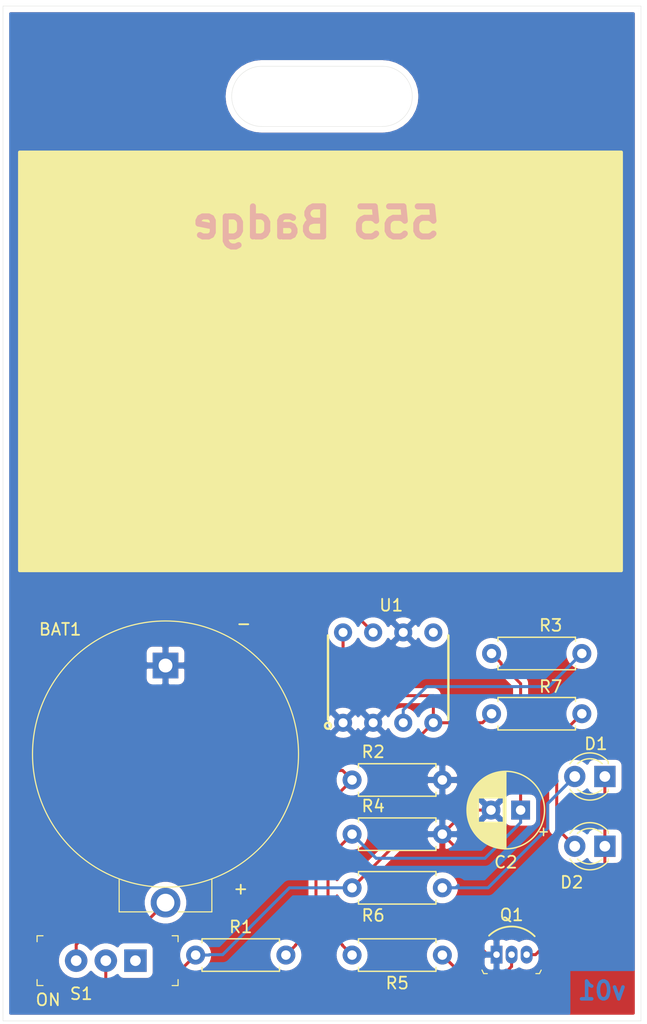
<source format=kicad_pcb>
(kicad_pcb (version 20171130) (host pcbnew 5.1.0-060a0da~80~ubuntu16.04.1)

  (general
    (thickness 1.6)
    (drawings 13)
    (tracks 77)
    (zones 0)
    (modules 14)
    (nets 11)
  )

  (page A4)
  (title_block
    (title "555 Badge")
    (rev v01)
    (comment 2 creativecommons.org/licenses/by/4.0/)
    (comment 3 "License: Creative Commons BY 4.0")
    (comment 4 "Author: Anshay Agarwal")
  )

  (layers
    (0 F.Cu signal)
    (31 B.Cu signal)
    (32 B.Adhes user)
    (33 F.Adhes user)
    (34 B.Paste user)
    (35 F.Paste user)
    (36 B.SilkS user)
    (37 F.SilkS user)
    (38 B.Mask user)
    (39 F.Mask user)
    (40 Dwgs.User user)
    (41 Cmts.User user)
    (42 Eco1.User user)
    (43 Eco2.User user)
    (44 Edge.Cuts user)
    (45 Margin user)
    (46 B.CrtYd user)
    (47 F.CrtYd user)
    (48 B.Fab user)
    (49 F.Fab user)
  )

  (setup
    (last_trace_width 0.254)
    (trace_clearance 0.254)
    (zone_clearance 0.508)
    (zone_45_only no)
    (trace_min 0.1524)
    (via_size 0.762)
    (via_drill 0.381)
    (via_min_size 0.6858)
    (via_min_drill 0.3302)
    (uvia_size 0.762)
    (uvia_drill 0.381)
    (uvias_allowed no)
    (uvia_min_size 0.6858)
    (uvia_min_drill 0.3302)
    (edge_width 0.05)
    (segment_width 0.2)
    (pcb_text_width 0.3)
    (pcb_text_size 1.5 1.5)
    (mod_edge_width 0.12)
    (mod_text_size 1 1)
    (mod_text_width 0.15)
    (pad_size 1.524 1.524)
    (pad_drill 0.762)
    (pad_to_mask_clearance 0.051)
    (solder_mask_min_width 0.25)
    (aux_axis_origin 0 0)
    (visible_elements FFFFFF7F)
    (pcbplotparams
      (layerselection 0x010fc_ffffffff)
      (usegerberextensions true)
      (usegerberattributes false)
      (usegerberadvancedattributes false)
      (creategerberjobfile false)
      (excludeedgelayer true)
      (linewidth 0.100000)
      (plotframeref false)
      (viasonmask false)
      (mode 1)
      (useauxorigin false)
      (hpglpennumber 1)
      (hpglpenspeed 20)
      (hpglpendiameter 15.000000)
      (psnegative false)
      (psa4output false)
      (plotreference true)
      (plotvalue false)
      (plotinvisibletext false)
      (padsonsilk false)
      (subtractmaskfromsilk false)
      (outputformat 1)
      (mirror false)
      (drillshape 0)
      (scaleselection 1)
      (outputdirectory "gerbers/"))
  )

  (net 0 "")
  (net 1 GND)
  (net 2 "Net-(C2-Pad1)")
  (net 3 "Net-(D1-Pad1)")
  (net 4 "Net-(D1-Pad2)")
  (net 5 "Net-(D2-Pad2)")
  (net 6 "Net-(Q1-Pad2)")
  (net 7 VCC)
  (net 8 "Net-(R1-Pad2)")
  (net 9 "Net-(R3-Pad2)")
  (net 10 "Net-(BAT1-PadPos)")

  (net_class Default "This is the default net class."
    (clearance 0.254)
    (trace_width 0.254)
    (via_dia 0.762)
    (via_drill 0.381)
    (uvia_dia 0.762)
    (uvia_drill 0.381)
    (add_net GND)
    (add_net "Net-(BAT1-PadPos)")
    (add_net "Net-(C2-Pad1)")
    (add_net "Net-(D1-Pad1)")
    (add_net "Net-(D1-Pad2)")
    (add_net "Net-(D2-Pad2)")
    (add_net "Net-(Q1-Pad2)")
    (add_net "Net-(R1-Pad2)")
    (add_net "Net-(R3-Pad2)")
    (add_net VCC)
  )

  (module digikey-footprints:Battery_Holder_Coin_2032_BS-7 (layer F.Cu) (tedit 5ACD0859) (tstamp 5CA63D6B)
    (at 140.716 97.028 270)
    (descr http://www.memoryprotectiondevices.com/datasheets/BS-7-datasheet.pdf)
    (path /5CA77F7C)
    (fp_text reference BAT1 (at -3.048 8.89) (layer F.SilkS)
      (effects (font (size 1 1) (thickness 0.15)))
    )
    (fp_text value BS-7 (at 7.4676 -1.778 270) (layer F.Fab)
      (effects (font (size 1 1) (thickness 0.15)))
    )
    (fp_line (start -3.9624 11.43) (end 21.5138 11.43) (layer F.CrtYd) (width 0.05))
    (fp_line (start -3.9624 -11.43) (end 21.5138 -11.43) (layer F.CrtYd) (width 0.05))
    (fp_line (start 21.5138 -11.43) (end 21.5138 11.43) (layer F.CrtYd) (width 0.05))
    (fp_line (start -3.9624 -11.43) (end -3.9624 11.43) (layer F.CrtYd) (width 0.05))
    (fp_line (start 20.7772 3.9116) (end 20.7772 1.0668) (layer F.SilkS) (width 0.1))
    (fp_line (start 20.7772 -3.9116) (end 20.7772 -1.0668) (layer F.SilkS) (width 0.1))
    (fp_line (start 18.034 3.9116) (end 20.7772 3.9116) (layer F.SilkS) (width 0.1))
    (fp_line (start 18.034 -3.9116) (end 20.7772 -3.9116) (layer F.SilkS) (width 0.1))
    (fp_line (start 20.6756 -3.81) (end 20.6756 3.81) (layer F.Fab) (width 0.1))
    (fp_line (start 17.9832 3.81) (end 20.6756 3.81) (layer F.Fab) (width 0.1))
    (fp_line (start 17.9832 -3.81) (end 20.6756 -3.81) (layer F.Fab) (width 0.1))
    (fp_text user %R (at 7.4676 0 270) (layer F.Fab)
      (effects (font (size 1 1) (thickness 0.15)))
    )
    (fp_circle (center 7.4676 0) (end -3.7592 0) (layer F.SilkS) (width 0.1))
    (fp_circle (center 7.4676 0) (end -3.7084 0) (layer F.Fab) (width 0.1))
    (pad Neg thru_hole rect (at 0 0 270) (size 2.17 2.17) (drill 1.17) (layers *.Cu *.Mask)
      (net 1 GND))
    (pad Pos thru_hole circle (at 20 0 270) (size 2.5 2.5) (drill 1.5) (layers *.Cu *.Mask)
      (net 10 "Net-(BAT1-PadPos)"))
  )

  (module Capacitor_THT:CP_Radial_D6.3mm_P2.50mm (layer F.Cu) (tedit 5AE50EF0) (tstamp 5CA63DFF)
    (at 170.688 109.22 180)
    (descr "CP, Radial series, Radial, pin pitch=2.50mm, , diameter=6.3mm, Electrolytic Capacitor")
    (tags "CP Radial series Radial pin pitch 2.50mm  diameter 6.3mm Electrolytic Capacitor")
    (path /5CA0F554)
    (fp_text reference C2 (at 1.25 -4.4 180) (layer F.SilkS)
      (effects (font (size 1 1) (thickness 0.15)))
    )
    (fp_text value 100uF (at 1.016 -1.778 180) (layer F.Fab)
      (effects (font (size 1 1) (thickness 0.15)))
    )
    (fp_circle (center 1.25 0) (end 4.4 0) (layer F.Fab) (width 0.1))
    (fp_circle (center 1.25 0) (end 4.52 0) (layer F.SilkS) (width 0.12))
    (fp_circle (center 1.25 0) (end 4.65 0) (layer F.CrtYd) (width 0.05))
    (fp_line (start -1.443972 -1.3735) (end -0.813972 -1.3735) (layer F.Fab) (width 0.1))
    (fp_line (start -1.128972 -1.6885) (end -1.128972 -1.0585) (layer F.Fab) (width 0.1))
    (fp_line (start 1.25 -3.23) (end 1.25 3.23) (layer F.SilkS) (width 0.12))
    (fp_line (start 1.29 -3.23) (end 1.29 3.23) (layer F.SilkS) (width 0.12))
    (fp_line (start 1.33 -3.23) (end 1.33 3.23) (layer F.SilkS) (width 0.12))
    (fp_line (start 1.37 -3.228) (end 1.37 3.228) (layer F.SilkS) (width 0.12))
    (fp_line (start 1.41 -3.227) (end 1.41 3.227) (layer F.SilkS) (width 0.12))
    (fp_line (start 1.45 -3.224) (end 1.45 3.224) (layer F.SilkS) (width 0.12))
    (fp_line (start 1.49 -3.222) (end 1.49 -1.04) (layer F.SilkS) (width 0.12))
    (fp_line (start 1.49 1.04) (end 1.49 3.222) (layer F.SilkS) (width 0.12))
    (fp_line (start 1.53 -3.218) (end 1.53 -1.04) (layer F.SilkS) (width 0.12))
    (fp_line (start 1.53 1.04) (end 1.53 3.218) (layer F.SilkS) (width 0.12))
    (fp_line (start 1.57 -3.215) (end 1.57 -1.04) (layer F.SilkS) (width 0.12))
    (fp_line (start 1.57 1.04) (end 1.57 3.215) (layer F.SilkS) (width 0.12))
    (fp_line (start 1.61 -3.211) (end 1.61 -1.04) (layer F.SilkS) (width 0.12))
    (fp_line (start 1.61 1.04) (end 1.61 3.211) (layer F.SilkS) (width 0.12))
    (fp_line (start 1.65 -3.206) (end 1.65 -1.04) (layer F.SilkS) (width 0.12))
    (fp_line (start 1.65 1.04) (end 1.65 3.206) (layer F.SilkS) (width 0.12))
    (fp_line (start 1.69 -3.201) (end 1.69 -1.04) (layer F.SilkS) (width 0.12))
    (fp_line (start 1.69 1.04) (end 1.69 3.201) (layer F.SilkS) (width 0.12))
    (fp_line (start 1.73 -3.195) (end 1.73 -1.04) (layer F.SilkS) (width 0.12))
    (fp_line (start 1.73 1.04) (end 1.73 3.195) (layer F.SilkS) (width 0.12))
    (fp_line (start 1.77 -3.189) (end 1.77 -1.04) (layer F.SilkS) (width 0.12))
    (fp_line (start 1.77 1.04) (end 1.77 3.189) (layer F.SilkS) (width 0.12))
    (fp_line (start 1.81 -3.182) (end 1.81 -1.04) (layer F.SilkS) (width 0.12))
    (fp_line (start 1.81 1.04) (end 1.81 3.182) (layer F.SilkS) (width 0.12))
    (fp_line (start 1.85 -3.175) (end 1.85 -1.04) (layer F.SilkS) (width 0.12))
    (fp_line (start 1.85 1.04) (end 1.85 3.175) (layer F.SilkS) (width 0.12))
    (fp_line (start 1.89 -3.167) (end 1.89 -1.04) (layer F.SilkS) (width 0.12))
    (fp_line (start 1.89 1.04) (end 1.89 3.167) (layer F.SilkS) (width 0.12))
    (fp_line (start 1.93 -3.159) (end 1.93 -1.04) (layer F.SilkS) (width 0.12))
    (fp_line (start 1.93 1.04) (end 1.93 3.159) (layer F.SilkS) (width 0.12))
    (fp_line (start 1.971 -3.15) (end 1.971 -1.04) (layer F.SilkS) (width 0.12))
    (fp_line (start 1.971 1.04) (end 1.971 3.15) (layer F.SilkS) (width 0.12))
    (fp_line (start 2.011 -3.141) (end 2.011 -1.04) (layer F.SilkS) (width 0.12))
    (fp_line (start 2.011 1.04) (end 2.011 3.141) (layer F.SilkS) (width 0.12))
    (fp_line (start 2.051 -3.131) (end 2.051 -1.04) (layer F.SilkS) (width 0.12))
    (fp_line (start 2.051 1.04) (end 2.051 3.131) (layer F.SilkS) (width 0.12))
    (fp_line (start 2.091 -3.121) (end 2.091 -1.04) (layer F.SilkS) (width 0.12))
    (fp_line (start 2.091 1.04) (end 2.091 3.121) (layer F.SilkS) (width 0.12))
    (fp_line (start 2.131 -3.11) (end 2.131 -1.04) (layer F.SilkS) (width 0.12))
    (fp_line (start 2.131 1.04) (end 2.131 3.11) (layer F.SilkS) (width 0.12))
    (fp_line (start 2.171 -3.098) (end 2.171 -1.04) (layer F.SilkS) (width 0.12))
    (fp_line (start 2.171 1.04) (end 2.171 3.098) (layer F.SilkS) (width 0.12))
    (fp_line (start 2.211 -3.086) (end 2.211 -1.04) (layer F.SilkS) (width 0.12))
    (fp_line (start 2.211 1.04) (end 2.211 3.086) (layer F.SilkS) (width 0.12))
    (fp_line (start 2.251 -3.074) (end 2.251 -1.04) (layer F.SilkS) (width 0.12))
    (fp_line (start 2.251 1.04) (end 2.251 3.074) (layer F.SilkS) (width 0.12))
    (fp_line (start 2.291 -3.061) (end 2.291 -1.04) (layer F.SilkS) (width 0.12))
    (fp_line (start 2.291 1.04) (end 2.291 3.061) (layer F.SilkS) (width 0.12))
    (fp_line (start 2.331 -3.047) (end 2.331 -1.04) (layer F.SilkS) (width 0.12))
    (fp_line (start 2.331 1.04) (end 2.331 3.047) (layer F.SilkS) (width 0.12))
    (fp_line (start 2.371 -3.033) (end 2.371 -1.04) (layer F.SilkS) (width 0.12))
    (fp_line (start 2.371 1.04) (end 2.371 3.033) (layer F.SilkS) (width 0.12))
    (fp_line (start 2.411 -3.018) (end 2.411 -1.04) (layer F.SilkS) (width 0.12))
    (fp_line (start 2.411 1.04) (end 2.411 3.018) (layer F.SilkS) (width 0.12))
    (fp_line (start 2.451 -3.002) (end 2.451 -1.04) (layer F.SilkS) (width 0.12))
    (fp_line (start 2.451 1.04) (end 2.451 3.002) (layer F.SilkS) (width 0.12))
    (fp_line (start 2.491 -2.986) (end 2.491 -1.04) (layer F.SilkS) (width 0.12))
    (fp_line (start 2.491 1.04) (end 2.491 2.986) (layer F.SilkS) (width 0.12))
    (fp_line (start 2.531 -2.97) (end 2.531 -1.04) (layer F.SilkS) (width 0.12))
    (fp_line (start 2.531 1.04) (end 2.531 2.97) (layer F.SilkS) (width 0.12))
    (fp_line (start 2.571 -2.952) (end 2.571 -1.04) (layer F.SilkS) (width 0.12))
    (fp_line (start 2.571 1.04) (end 2.571 2.952) (layer F.SilkS) (width 0.12))
    (fp_line (start 2.611 -2.934) (end 2.611 -1.04) (layer F.SilkS) (width 0.12))
    (fp_line (start 2.611 1.04) (end 2.611 2.934) (layer F.SilkS) (width 0.12))
    (fp_line (start 2.651 -2.916) (end 2.651 -1.04) (layer F.SilkS) (width 0.12))
    (fp_line (start 2.651 1.04) (end 2.651 2.916) (layer F.SilkS) (width 0.12))
    (fp_line (start 2.691 -2.896) (end 2.691 -1.04) (layer F.SilkS) (width 0.12))
    (fp_line (start 2.691 1.04) (end 2.691 2.896) (layer F.SilkS) (width 0.12))
    (fp_line (start 2.731 -2.876) (end 2.731 -1.04) (layer F.SilkS) (width 0.12))
    (fp_line (start 2.731 1.04) (end 2.731 2.876) (layer F.SilkS) (width 0.12))
    (fp_line (start 2.771 -2.856) (end 2.771 -1.04) (layer F.SilkS) (width 0.12))
    (fp_line (start 2.771 1.04) (end 2.771 2.856) (layer F.SilkS) (width 0.12))
    (fp_line (start 2.811 -2.834) (end 2.811 -1.04) (layer F.SilkS) (width 0.12))
    (fp_line (start 2.811 1.04) (end 2.811 2.834) (layer F.SilkS) (width 0.12))
    (fp_line (start 2.851 -2.812) (end 2.851 -1.04) (layer F.SilkS) (width 0.12))
    (fp_line (start 2.851 1.04) (end 2.851 2.812) (layer F.SilkS) (width 0.12))
    (fp_line (start 2.891 -2.79) (end 2.891 -1.04) (layer F.SilkS) (width 0.12))
    (fp_line (start 2.891 1.04) (end 2.891 2.79) (layer F.SilkS) (width 0.12))
    (fp_line (start 2.931 -2.766) (end 2.931 -1.04) (layer F.SilkS) (width 0.12))
    (fp_line (start 2.931 1.04) (end 2.931 2.766) (layer F.SilkS) (width 0.12))
    (fp_line (start 2.971 -2.742) (end 2.971 -1.04) (layer F.SilkS) (width 0.12))
    (fp_line (start 2.971 1.04) (end 2.971 2.742) (layer F.SilkS) (width 0.12))
    (fp_line (start 3.011 -2.716) (end 3.011 -1.04) (layer F.SilkS) (width 0.12))
    (fp_line (start 3.011 1.04) (end 3.011 2.716) (layer F.SilkS) (width 0.12))
    (fp_line (start 3.051 -2.69) (end 3.051 -1.04) (layer F.SilkS) (width 0.12))
    (fp_line (start 3.051 1.04) (end 3.051 2.69) (layer F.SilkS) (width 0.12))
    (fp_line (start 3.091 -2.664) (end 3.091 -1.04) (layer F.SilkS) (width 0.12))
    (fp_line (start 3.091 1.04) (end 3.091 2.664) (layer F.SilkS) (width 0.12))
    (fp_line (start 3.131 -2.636) (end 3.131 -1.04) (layer F.SilkS) (width 0.12))
    (fp_line (start 3.131 1.04) (end 3.131 2.636) (layer F.SilkS) (width 0.12))
    (fp_line (start 3.171 -2.607) (end 3.171 -1.04) (layer F.SilkS) (width 0.12))
    (fp_line (start 3.171 1.04) (end 3.171 2.607) (layer F.SilkS) (width 0.12))
    (fp_line (start 3.211 -2.578) (end 3.211 -1.04) (layer F.SilkS) (width 0.12))
    (fp_line (start 3.211 1.04) (end 3.211 2.578) (layer F.SilkS) (width 0.12))
    (fp_line (start 3.251 -2.548) (end 3.251 -1.04) (layer F.SilkS) (width 0.12))
    (fp_line (start 3.251 1.04) (end 3.251 2.548) (layer F.SilkS) (width 0.12))
    (fp_line (start 3.291 -2.516) (end 3.291 -1.04) (layer F.SilkS) (width 0.12))
    (fp_line (start 3.291 1.04) (end 3.291 2.516) (layer F.SilkS) (width 0.12))
    (fp_line (start 3.331 -2.484) (end 3.331 -1.04) (layer F.SilkS) (width 0.12))
    (fp_line (start 3.331 1.04) (end 3.331 2.484) (layer F.SilkS) (width 0.12))
    (fp_line (start 3.371 -2.45) (end 3.371 -1.04) (layer F.SilkS) (width 0.12))
    (fp_line (start 3.371 1.04) (end 3.371 2.45) (layer F.SilkS) (width 0.12))
    (fp_line (start 3.411 -2.416) (end 3.411 -1.04) (layer F.SilkS) (width 0.12))
    (fp_line (start 3.411 1.04) (end 3.411 2.416) (layer F.SilkS) (width 0.12))
    (fp_line (start 3.451 -2.38) (end 3.451 -1.04) (layer F.SilkS) (width 0.12))
    (fp_line (start 3.451 1.04) (end 3.451 2.38) (layer F.SilkS) (width 0.12))
    (fp_line (start 3.491 -2.343) (end 3.491 -1.04) (layer F.SilkS) (width 0.12))
    (fp_line (start 3.491 1.04) (end 3.491 2.343) (layer F.SilkS) (width 0.12))
    (fp_line (start 3.531 -2.305) (end 3.531 -1.04) (layer F.SilkS) (width 0.12))
    (fp_line (start 3.531 1.04) (end 3.531 2.305) (layer F.SilkS) (width 0.12))
    (fp_line (start 3.571 -2.265) (end 3.571 2.265) (layer F.SilkS) (width 0.12))
    (fp_line (start 3.611 -2.224) (end 3.611 2.224) (layer F.SilkS) (width 0.12))
    (fp_line (start 3.651 -2.182) (end 3.651 2.182) (layer F.SilkS) (width 0.12))
    (fp_line (start 3.691 -2.137) (end 3.691 2.137) (layer F.SilkS) (width 0.12))
    (fp_line (start 3.731 -2.092) (end 3.731 2.092) (layer F.SilkS) (width 0.12))
    (fp_line (start 3.771 -2.044) (end 3.771 2.044) (layer F.SilkS) (width 0.12))
    (fp_line (start 3.811 -1.995) (end 3.811 1.995) (layer F.SilkS) (width 0.12))
    (fp_line (start 3.851 -1.944) (end 3.851 1.944) (layer F.SilkS) (width 0.12))
    (fp_line (start 3.891 -1.89) (end 3.891 1.89) (layer F.SilkS) (width 0.12))
    (fp_line (start 3.931 -1.834) (end 3.931 1.834) (layer F.SilkS) (width 0.12))
    (fp_line (start 3.971 -1.776) (end 3.971 1.776) (layer F.SilkS) (width 0.12))
    (fp_line (start 4.011 -1.714) (end 4.011 1.714) (layer F.SilkS) (width 0.12))
    (fp_line (start 4.051 -1.65) (end 4.051 1.65) (layer F.SilkS) (width 0.12))
    (fp_line (start 4.091 -1.581) (end 4.091 1.581) (layer F.SilkS) (width 0.12))
    (fp_line (start 4.131 -1.509) (end 4.131 1.509) (layer F.SilkS) (width 0.12))
    (fp_line (start 4.171 -1.432) (end 4.171 1.432) (layer F.SilkS) (width 0.12))
    (fp_line (start 4.211 -1.35) (end 4.211 1.35) (layer F.SilkS) (width 0.12))
    (fp_line (start 4.251 -1.262) (end 4.251 1.262) (layer F.SilkS) (width 0.12))
    (fp_line (start 4.291 -1.165) (end 4.291 1.165) (layer F.SilkS) (width 0.12))
    (fp_line (start 4.331 -1.059) (end 4.331 1.059) (layer F.SilkS) (width 0.12))
    (fp_line (start 4.371 -0.94) (end 4.371 0.94) (layer F.SilkS) (width 0.12))
    (fp_line (start 4.411 -0.802) (end 4.411 0.802) (layer F.SilkS) (width 0.12))
    (fp_line (start 4.451 -0.633) (end 4.451 0.633) (layer F.SilkS) (width 0.12))
    (fp_line (start 4.491 -0.402) (end 4.491 0.402) (layer F.SilkS) (width 0.12))
    (fp_line (start -2.250241 -1.839) (end -1.620241 -1.839) (layer F.SilkS) (width 0.12))
    (fp_line (start -1.935241 -2.154) (end -1.935241 -1.524) (layer F.SilkS) (width 0.12))
    (fp_text user %R (at 1.25 0 180) (layer F.Fab)
      (effects (font (size 1 1) (thickness 0.15)))
    )
    (pad 1 thru_hole rect (at 0 0 180) (size 1.6 1.6) (drill 0.8) (layers *.Cu *.Mask)
      (net 2 "Net-(C2-Pad1)"))
    (pad 2 thru_hole circle (at 2.5 0 180) (size 1.6 1.6) (drill 0.8) (layers *.Cu *.Mask)
      (net 1 GND))
    (model ${KISYS3DMOD}/Capacitor_THT.3dshapes/CP_Radial_D6.3mm_P2.50mm.wrl
      (at (xyz 0 0 0))
      (scale (xyz 1 1 1))
      (rotate (xyz 0 0 0))
    )
  )

  (module LED_THT:LED_D3.0mm (layer F.Cu) (tedit 587A3A7B) (tstamp 5CA63E12)
    (at 177.8 106.387001 180)
    (descr "LED, diameter 3.0mm, 2 pins")
    (tags "LED diameter 3.0mm 2 pins")
    (path /5CA0F78F)
    (fp_text reference D1 (at 0.762 2.755001 180) (layer F.SilkS)
      (effects (font (size 1 1) (thickness 0.15)))
    )
    (fp_text value RED (at 1.27 2.96 180) (layer F.Fab)
      (effects (font (size 1 1) (thickness 0.15)))
    )
    (fp_arc (start 1.27 0) (end -0.23 -1.16619) (angle 284.3) (layer F.Fab) (width 0.1))
    (fp_arc (start 1.27 0) (end -0.29 -1.235516) (angle 108.8) (layer F.SilkS) (width 0.12))
    (fp_arc (start 1.27 0) (end -0.29 1.235516) (angle -108.8) (layer F.SilkS) (width 0.12))
    (fp_arc (start 1.27 0) (end 0.229039 -1.08) (angle 87.9) (layer F.SilkS) (width 0.12))
    (fp_arc (start 1.27 0) (end 0.229039 1.08) (angle -87.9) (layer F.SilkS) (width 0.12))
    (fp_circle (center 1.27 0) (end 2.77 0) (layer F.Fab) (width 0.1))
    (fp_line (start -0.23 -1.16619) (end -0.23 1.16619) (layer F.Fab) (width 0.1))
    (fp_line (start -0.29 -1.236) (end -0.29 -1.08) (layer F.SilkS) (width 0.12))
    (fp_line (start -0.29 1.08) (end -0.29 1.236) (layer F.SilkS) (width 0.12))
    (fp_line (start -1.15 -2.25) (end -1.15 2.25) (layer F.CrtYd) (width 0.05))
    (fp_line (start -1.15 2.25) (end 3.7 2.25) (layer F.CrtYd) (width 0.05))
    (fp_line (start 3.7 2.25) (end 3.7 -2.25) (layer F.CrtYd) (width 0.05))
    (fp_line (start 3.7 -2.25) (end -1.15 -2.25) (layer F.CrtYd) (width 0.05))
    (pad 1 thru_hole rect (at 0 0 180) (size 1.8 1.8) (drill 0.9) (layers *.Cu *.Mask)
      (net 3 "Net-(D1-Pad1)"))
    (pad 2 thru_hole circle (at 2.54 0 180) (size 1.8 1.8) (drill 0.9) (layers *.Cu *.Mask)
      (net 4 "Net-(D1-Pad2)"))
    (model ${KISYS3DMOD}/LED_THT.3dshapes/LED_D3.0mm.wrl
      (at (xyz 0 0 0))
      (scale (xyz 1 1 1))
      (rotate (xyz 0 0 0))
    )
  )

  (module LED_THT:LED_D3.0mm (layer F.Cu) (tedit 587A3A7B) (tstamp 5CA63E25)
    (at 177.8 112.268 180)
    (descr "LED, diameter 3.0mm, 2 pins")
    (tags "LED diameter 3.0mm 2 pins")
    (path /5CA10279)
    (fp_text reference D2 (at 2.794 -3.048 180) (layer F.SilkS)
      (effects (font (size 1 1) (thickness 0.15)))
    )
    (fp_text value RED (at 1.524 2.794 180) (layer F.Fab)
      (effects (font (size 1 1) (thickness 0.15)))
    )
    (fp_line (start 3.7 -2.25) (end -1.15 -2.25) (layer F.CrtYd) (width 0.05))
    (fp_line (start 3.7 2.25) (end 3.7 -2.25) (layer F.CrtYd) (width 0.05))
    (fp_line (start -1.15 2.25) (end 3.7 2.25) (layer F.CrtYd) (width 0.05))
    (fp_line (start -1.15 -2.25) (end -1.15 2.25) (layer F.CrtYd) (width 0.05))
    (fp_line (start -0.29 1.08) (end -0.29 1.236) (layer F.SilkS) (width 0.12))
    (fp_line (start -0.29 -1.236) (end -0.29 -1.08) (layer F.SilkS) (width 0.12))
    (fp_line (start -0.23 -1.16619) (end -0.23 1.16619) (layer F.Fab) (width 0.1))
    (fp_circle (center 1.27 0) (end 2.77 0) (layer F.Fab) (width 0.1))
    (fp_arc (start 1.27 0) (end 0.229039 1.08) (angle -87.9) (layer F.SilkS) (width 0.12))
    (fp_arc (start 1.27 0) (end 0.229039 -1.08) (angle 87.9) (layer F.SilkS) (width 0.12))
    (fp_arc (start 1.27 0) (end -0.29 1.235516) (angle -108.8) (layer F.SilkS) (width 0.12))
    (fp_arc (start 1.27 0) (end -0.29 -1.235516) (angle 108.8) (layer F.SilkS) (width 0.12))
    (fp_arc (start 1.27 0) (end -0.23 -1.16619) (angle 284.3) (layer F.Fab) (width 0.1))
    (pad 2 thru_hole circle (at 2.54 0 180) (size 1.8 1.8) (drill 0.9) (layers *.Cu *.Mask)
      (net 5 "Net-(D2-Pad2)"))
    (pad 1 thru_hole rect (at 0 0 180) (size 1.8 1.8) (drill 0.9) (layers *.Cu *.Mask)
      (net 3 "Net-(D1-Pad1)"))
    (model ${KISYS3DMOD}/LED_THT.3dshapes/LED_D3.0mm.wrl
      (at (xyz 0 0 0))
      (scale (xyz 1 1 1))
      (rotate (xyz 0 0 0))
    )
  )

  (module digikey-footprints:TO-92-3 (layer F.Cu) (tedit 5AF9CDD1) (tstamp 5CA63E39)
    (at 168.656 121.412)
    (descr http://www.ti.com/lit/ds/symlink/tl431a.pdf)
    (path /5CA1270D)
    (fp_text reference Q1 (at 1.27 -3.35) (layer F.SilkS)
      (effects (font (size 1 1) (thickness 0.15)))
    )
    (fp_text value 2N3904 (at 1.27 2.5) (layer F.Fab)
      (effects (font (size 1 1) (thickness 0.15)))
    )
    (fp_arc (start 1.27 0.35) (end -0.63 -1.6) (angle 90) (layer F.SilkS) (width 0.15))
    (fp_line (start 3.57 1.5) (end -1.03 1.5) (layer F.Fab) (width 0.15))
    (fp_arc (start 1.27 0.3) (end -1.03 1.5) (angle 235) (layer F.Fab) (width 0.15))
    (fp_arc (start 1.27 0.3) (end -1.33 0.3) (angle 90) (layer F.Fab) (width 0.15))
    (fp_line (start -1.63 -2.5) (end 4.17 -2.5) (layer F.CrtYd) (width 0.05))
    (fp_line (start -1.63 1.75) (end 4.17 1.75) (layer F.CrtYd) (width 0.05))
    (fp_line (start -1.63 1.75) (end -1.63 -2.5) (layer F.CrtYd) (width 0.05))
    (fp_line (start 4.17 1.75) (end 4.17 -2.5) (layer F.CrtYd) (width 0.05))
    (fp_line (start 3.62 1.6) (end 3.77 1.3) (layer F.SilkS) (width 0.1))
    (fp_line (start 3.62 1.6) (end 3.32 1.6) (layer F.SilkS) (width 0.1))
    (fp_line (start -0.78 1.6) (end -1.08 1.6) (layer F.SilkS) (width 0.1))
    (fp_line (start -1.08 1.6) (end -1.23 1.3) (layer F.SilkS) (width 0.1))
    (fp_text user %R (at 1.27 -1.25 180) (layer F.Fab)
      (effects (font (size 0.75 0.75) (thickness 0.15)))
    )
    (pad 2 thru_hole oval (at 1.27 0 180) (size 1 1.5) (drill 0.55) (layers *.Cu *.Mask)
      (net 6 "Net-(Q1-Pad2)"))
    (pad 3 thru_hole oval (at 2.54 0 180) (size 1 1.5) (drill 0.55) (layers *.Cu *.Mask)
      (net 3 "Net-(D1-Pad1)"))
    (pad 1 thru_hole rect (at 0 0 180) (size 1 1.5) (drill 0.55) (layers *.Cu *.Mask)
      (net 1 GND))
  )

  (module Resistor_THT:R_Axial_DIN0207_L6.3mm_D2.5mm_P7.62mm_Horizontal (layer F.Cu) (tedit 5AE5139B) (tstamp 5CA63E50)
    (at 143.257001 121.447001)
    (descr "Resistor, Axial_DIN0207 series, Axial, Horizontal, pin pitch=7.62mm, 0.25W = 1/4W, length*diameter=6.3*2.5mm^2, http://cdn-reichelt.de/documents/datenblatt/B400/1_4W%23YAG.pdf")
    (tags "Resistor Axial_DIN0207 series Axial Horizontal pin pitch 7.62mm 0.25W = 1/4W length 6.3mm diameter 2.5mm")
    (path /5CA0A6C7)
    (fp_text reference R1 (at 3.81 -2.37) (layer F.SilkS)
      (effects (font (size 1 1) (thickness 0.15)))
    )
    (fp_text value 22k (at 3.81 2.37) (layer F.Fab)
      (effects (font (size 1 1) (thickness 0.15)))
    )
    (fp_line (start 0.66 -1.25) (end 0.66 1.25) (layer F.Fab) (width 0.1))
    (fp_line (start 0.66 1.25) (end 6.96 1.25) (layer F.Fab) (width 0.1))
    (fp_line (start 6.96 1.25) (end 6.96 -1.25) (layer F.Fab) (width 0.1))
    (fp_line (start 6.96 -1.25) (end 0.66 -1.25) (layer F.Fab) (width 0.1))
    (fp_line (start 0 0) (end 0.66 0) (layer F.Fab) (width 0.1))
    (fp_line (start 7.62 0) (end 6.96 0) (layer F.Fab) (width 0.1))
    (fp_line (start 0.54 -1.04) (end 0.54 -1.37) (layer F.SilkS) (width 0.12))
    (fp_line (start 0.54 -1.37) (end 7.08 -1.37) (layer F.SilkS) (width 0.12))
    (fp_line (start 7.08 -1.37) (end 7.08 -1.04) (layer F.SilkS) (width 0.12))
    (fp_line (start 0.54 1.04) (end 0.54 1.37) (layer F.SilkS) (width 0.12))
    (fp_line (start 0.54 1.37) (end 7.08 1.37) (layer F.SilkS) (width 0.12))
    (fp_line (start 7.08 1.37) (end 7.08 1.04) (layer F.SilkS) (width 0.12))
    (fp_line (start -1.05 -1.5) (end -1.05 1.5) (layer F.CrtYd) (width 0.05))
    (fp_line (start -1.05 1.5) (end 8.67 1.5) (layer F.CrtYd) (width 0.05))
    (fp_line (start 8.67 1.5) (end 8.67 -1.5) (layer F.CrtYd) (width 0.05))
    (fp_line (start 8.67 -1.5) (end -1.05 -1.5) (layer F.CrtYd) (width 0.05))
    (fp_text user %R (at 3.81 0) (layer F.Fab)
      (effects (font (size 1 1) (thickness 0.15)))
    )
    (pad 1 thru_hole circle (at 0 0) (size 1.6 1.6) (drill 0.8) (layers *.Cu *.Mask)
      (net 7 VCC))
    (pad 2 thru_hole oval (at 7.62 0) (size 1.6 1.6) (drill 0.8) (layers *.Cu *.Mask)
      (net 8 "Net-(R1-Pad2)"))
    (model ${KISYS3DMOD}/Resistor_THT.3dshapes/R_Axial_DIN0207_L6.3mm_D2.5mm_P7.62mm_Horizontal.wrl
      (at (xyz 0 0 0))
      (scale (xyz 1 1 1))
      (rotate (xyz 0 0 0))
    )
  )

  (module Resistor_THT:R_Axial_DIN0207_L6.3mm_D2.5mm_P7.62mm_Horizontal (layer F.Cu) (tedit 5AE5139B) (tstamp 5CA63E67)
    (at 156.464 106.68)
    (descr "Resistor, Axial_DIN0207 series, Axial, Horizontal, pin pitch=7.62mm, 0.25W = 1/4W, length*diameter=6.3*2.5mm^2, http://cdn-reichelt.de/documents/datenblatt/B400/1_4W%23YAG.pdf")
    (tags "Resistor Axial_DIN0207 series Axial Horizontal pin pitch 7.62mm 0.25W = 1/4W length 6.3mm diameter 2.5mm")
    (path /5CA0BBDA)
    (fp_text reference R2 (at 1.778 -2.37) (layer F.SilkS)
      (effects (font (size 1 1) (thickness 0.15)))
    )
    (fp_text value 330k (at 3.048 0.508) (layer F.Fab)
      (effects (font (size 1 1) (thickness 0.15)))
    )
    (fp_text user %R (at 5.334 -0.508) (layer F.Fab)
      (effects (font (size 1 1) (thickness 0.15)))
    )
    (fp_line (start 8.67 -1.5) (end -1.05 -1.5) (layer F.CrtYd) (width 0.05))
    (fp_line (start 8.67 1.5) (end 8.67 -1.5) (layer F.CrtYd) (width 0.05))
    (fp_line (start -1.05 1.5) (end 8.67 1.5) (layer F.CrtYd) (width 0.05))
    (fp_line (start -1.05 -1.5) (end -1.05 1.5) (layer F.CrtYd) (width 0.05))
    (fp_line (start 7.08 1.37) (end 7.08 1.04) (layer F.SilkS) (width 0.12))
    (fp_line (start 0.54 1.37) (end 7.08 1.37) (layer F.SilkS) (width 0.12))
    (fp_line (start 0.54 1.04) (end 0.54 1.37) (layer F.SilkS) (width 0.12))
    (fp_line (start 7.08 -1.37) (end 7.08 -1.04) (layer F.SilkS) (width 0.12))
    (fp_line (start 0.54 -1.37) (end 7.08 -1.37) (layer F.SilkS) (width 0.12))
    (fp_line (start 0.54 -1.04) (end 0.54 -1.37) (layer F.SilkS) (width 0.12))
    (fp_line (start 7.62 0) (end 6.96 0) (layer F.Fab) (width 0.1))
    (fp_line (start 0 0) (end 0.66 0) (layer F.Fab) (width 0.1))
    (fp_line (start 6.96 -1.25) (end 0.66 -1.25) (layer F.Fab) (width 0.1))
    (fp_line (start 6.96 1.25) (end 6.96 -1.25) (layer F.Fab) (width 0.1))
    (fp_line (start 0.66 1.25) (end 6.96 1.25) (layer F.Fab) (width 0.1))
    (fp_line (start 0.66 -1.25) (end 0.66 1.25) (layer F.Fab) (width 0.1))
    (pad 2 thru_hole oval (at 7.62 0) (size 1.6 1.6) (drill 0.8) (layers *.Cu *.Mask)
      (net 1 GND))
    (pad 1 thru_hole circle (at 0 0) (size 1.6 1.6) (drill 0.8) (layers *.Cu *.Mask)
      (net 8 "Net-(R1-Pad2)"))
    (model ${KISYS3DMOD}/Resistor_THT.3dshapes/R_Axial_DIN0207_L6.3mm_D2.5mm_P7.62mm_Horizontal.wrl
      (at (xyz 0 0 0))
      (scale (xyz 1 1 1))
      (rotate (xyz 0 0 0))
    )
  )

  (module Resistor_THT:R_Axial_DIN0207_L6.3mm_D2.5mm_P7.62mm_Horizontal (layer F.Cu) (tedit 5AE5139B) (tstamp 5CA63E7E)
    (at 168.237001 96.012)
    (descr "Resistor, Axial_DIN0207 series, Axial, Horizontal, pin pitch=7.62mm, 0.25W = 1/4W, length*diameter=6.3*2.5mm^2, http://cdn-reichelt.de/documents/datenblatt/B400/1_4W%23YAG.pdf")
    (tags "Resistor Axial_DIN0207 series Axial Horizontal pin pitch 7.62mm 0.25W = 1/4W length 6.3mm diameter 2.5mm")
    (path /5CA0C282)
    (fp_text reference R3 (at 4.990999 -2.37) (layer F.SilkS)
      (effects (font (size 1 1) (thickness 0.15)))
    )
    (fp_text value 22k (at 2.704999 -0.254) (layer F.Fab)
      (effects (font (size 1 1) (thickness 0.15)))
    )
    (fp_line (start 0.66 -1.25) (end 0.66 1.25) (layer F.Fab) (width 0.1))
    (fp_line (start 0.66 1.25) (end 6.96 1.25) (layer F.Fab) (width 0.1))
    (fp_line (start 6.96 1.25) (end 6.96 -1.25) (layer F.Fab) (width 0.1))
    (fp_line (start 6.96 -1.25) (end 0.66 -1.25) (layer F.Fab) (width 0.1))
    (fp_line (start 0 0) (end 0.66 0) (layer F.Fab) (width 0.1))
    (fp_line (start 7.62 0) (end 6.96 0) (layer F.Fab) (width 0.1))
    (fp_line (start 0.54 -1.04) (end 0.54 -1.37) (layer F.SilkS) (width 0.12))
    (fp_line (start 0.54 -1.37) (end 7.08 -1.37) (layer F.SilkS) (width 0.12))
    (fp_line (start 7.08 -1.37) (end 7.08 -1.04) (layer F.SilkS) (width 0.12))
    (fp_line (start 0.54 1.04) (end 0.54 1.37) (layer F.SilkS) (width 0.12))
    (fp_line (start 0.54 1.37) (end 7.08 1.37) (layer F.SilkS) (width 0.12))
    (fp_line (start 7.08 1.37) (end 7.08 1.04) (layer F.SilkS) (width 0.12))
    (fp_line (start -1.05 -1.5) (end -1.05 1.5) (layer F.CrtYd) (width 0.05))
    (fp_line (start -1.05 1.5) (end 8.67 1.5) (layer F.CrtYd) (width 0.05))
    (fp_line (start 8.67 1.5) (end 8.67 -1.5) (layer F.CrtYd) (width 0.05))
    (fp_line (start 8.67 -1.5) (end -1.05 -1.5) (layer F.CrtYd) (width 0.05))
    (fp_text user %R (at 5.244999 -0.254) (layer F.Fab)
      (effects (font (size 1 1) (thickness 0.15)))
    )
    (pad 1 thru_hole circle (at 0 0) (size 1.6 1.6) (drill 0.8) (layers *.Cu *.Mask)
      (net 2 "Net-(C2-Pad1)"))
    (pad 2 thru_hole oval (at 7.62 0) (size 1.6 1.6) (drill 0.8) (layers *.Cu *.Mask)
      (net 9 "Net-(R3-Pad2)"))
    (model ${KISYS3DMOD}/Resistor_THT.3dshapes/R_Axial_DIN0207_L6.3mm_D2.5mm_P7.62mm_Horizontal.wrl
      (at (xyz 0 0 0))
      (scale (xyz 1 1 1))
      (rotate (xyz 0 0 0))
    )
  )

  (module Resistor_THT:R_Axial_DIN0207_L6.3mm_D2.5mm_P7.62mm_Horizontal (layer F.Cu) (tedit 5AE5139B) (tstamp 5CA63E95)
    (at 156.464 111.252)
    (descr "Resistor, Axial_DIN0207 series, Axial, Horizontal, pin pitch=7.62mm, 0.25W = 1/4W, length*diameter=6.3*2.5mm^2, http://cdn-reichelt.de/documents/datenblatt/B400/1_4W%23YAG.pdf")
    (tags "Resistor Axial_DIN0207 series Axial Horizontal pin pitch 7.62mm 0.25W = 1/4W length 6.3mm diameter 2.5mm")
    (path /5CA0C97C)
    (fp_text reference R4 (at 1.778 -2.37) (layer F.SilkS)
      (effects (font (size 1 1) (thickness 0.15)))
    )
    (fp_text value 100k (at 2.794 0) (layer F.Fab)
      (effects (font (size 1 1) (thickness 0.15)))
    )
    (fp_text user %R (at 5.334 0) (layer F.Fab)
      (effects (font (size 1 1) (thickness 0.15)))
    )
    (fp_line (start 8.67 -1.5) (end -1.05 -1.5) (layer F.CrtYd) (width 0.05))
    (fp_line (start 8.67 1.5) (end 8.67 -1.5) (layer F.CrtYd) (width 0.05))
    (fp_line (start -1.05 1.5) (end 8.67 1.5) (layer F.CrtYd) (width 0.05))
    (fp_line (start -1.05 -1.5) (end -1.05 1.5) (layer F.CrtYd) (width 0.05))
    (fp_line (start 7.08 1.37) (end 7.08 1.04) (layer F.SilkS) (width 0.12))
    (fp_line (start 0.54 1.37) (end 7.08 1.37) (layer F.SilkS) (width 0.12))
    (fp_line (start 0.54 1.04) (end 0.54 1.37) (layer F.SilkS) (width 0.12))
    (fp_line (start 7.08 -1.37) (end 7.08 -1.04) (layer F.SilkS) (width 0.12))
    (fp_line (start 0.54 -1.37) (end 7.08 -1.37) (layer F.SilkS) (width 0.12))
    (fp_line (start 0.54 -1.04) (end 0.54 -1.37) (layer F.SilkS) (width 0.12))
    (fp_line (start 7.62 0) (end 6.96 0) (layer F.Fab) (width 0.1))
    (fp_line (start 0 0) (end 0.66 0) (layer F.Fab) (width 0.1))
    (fp_line (start 6.96 -1.25) (end 0.66 -1.25) (layer F.Fab) (width 0.1))
    (fp_line (start 6.96 1.25) (end 6.96 -1.25) (layer F.Fab) (width 0.1))
    (fp_line (start 0.66 1.25) (end 6.96 1.25) (layer F.Fab) (width 0.1))
    (fp_line (start 0.66 -1.25) (end 0.66 1.25) (layer F.Fab) (width 0.1))
    (pad 2 thru_hole oval (at 7.62 0) (size 1.6 1.6) (drill 0.8) (layers *.Cu *.Mask)
      (net 1 GND))
    (pad 1 thru_hole circle (at 0 0) (size 1.6 1.6) (drill 0.8) (layers *.Cu *.Mask)
      (net 2 "Net-(C2-Pad1)"))
    (model ${KISYS3DMOD}/Resistor_THT.3dshapes/R_Axial_DIN0207_L6.3mm_D2.5mm_P7.62mm_Horizontal.wrl
      (at (xyz 0 0 0))
      (scale (xyz 1 1 1))
      (rotate (xyz 0 0 0))
    )
  )

  (module Resistor_THT:R_Axial_DIN0207_L6.3mm_D2.5mm_P7.62mm_Horizontal (layer F.Cu) (tedit 5AE5139B) (tstamp 5CA63EAC)
    (at 164.084 121.447001 180)
    (descr "Resistor, Axial_DIN0207 series, Axial, Horizontal, pin pitch=7.62mm, 0.25W = 1/4W, length*diameter=6.3*2.5mm^2, http://cdn-reichelt.de/documents/datenblatt/B400/1_4W%23YAG.pdf")
    (tags "Resistor Axial_DIN0207 series Axial Horizontal pin pitch 7.62mm 0.25W = 1/4W length 6.3mm diameter 2.5mm")
    (path /5CA0CD00)
    (fp_text reference R5 (at 3.81 -2.37 180) (layer F.SilkS)
      (effects (font (size 1 1) (thickness 0.15)))
    )
    (fp_text value 10k (at 4.826 0.289001 180) (layer F.Fab)
      (effects (font (size 1 1) (thickness 0.15)))
    )
    (fp_line (start 0.66 -1.25) (end 0.66 1.25) (layer F.Fab) (width 0.1))
    (fp_line (start 0.66 1.25) (end 6.96 1.25) (layer F.Fab) (width 0.1))
    (fp_line (start 6.96 1.25) (end 6.96 -1.25) (layer F.Fab) (width 0.1))
    (fp_line (start 6.96 -1.25) (end 0.66 -1.25) (layer F.Fab) (width 0.1))
    (fp_line (start 0 0) (end 0.66 0) (layer F.Fab) (width 0.1))
    (fp_line (start 7.62 0) (end 6.96 0) (layer F.Fab) (width 0.1))
    (fp_line (start 0.54 -1.04) (end 0.54 -1.37) (layer F.SilkS) (width 0.12))
    (fp_line (start 0.54 -1.37) (end 7.08 -1.37) (layer F.SilkS) (width 0.12))
    (fp_line (start 7.08 -1.37) (end 7.08 -1.04) (layer F.SilkS) (width 0.12))
    (fp_line (start 0.54 1.04) (end 0.54 1.37) (layer F.SilkS) (width 0.12))
    (fp_line (start 0.54 1.37) (end 7.08 1.37) (layer F.SilkS) (width 0.12))
    (fp_line (start 7.08 1.37) (end 7.08 1.04) (layer F.SilkS) (width 0.12))
    (fp_line (start -1.05 -1.5) (end -1.05 1.5) (layer F.CrtYd) (width 0.05))
    (fp_line (start -1.05 1.5) (end 8.67 1.5) (layer F.CrtYd) (width 0.05))
    (fp_line (start 8.67 1.5) (end 8.67 -1.5) (layer F.CrtYd) (width 0.05))
    (fp_line (start 8.67 -1.5) (end -1.05 -1.5) (layer F.CrtYd) (width 0.05))
    (fp_text user %R (at 2.286 0.289001 180) (layer F.Fab)
      (effects (font (size 1 1) (thickness 0.15)))
    )
    (pad 1 thru_hole circle (at 0 0 180) (size 1.6 1.6) (drill 0.8) (layers *.Cu *.Mask)
      (net 6 "Net-(Q1-Pad2)"))
    (pad 2 thru_hole oval (at 7.62 0 180) (size 1.6 1.6) (drill 0.8) (layers *.Cu *.Mask)
      (net 2 "Net-(C2-Pad1)"))
    (model ${KISYS3DMOD}/Resistor_THT.3dshapes/R_Axial_DIN0207_L6.3mm_D2.5mm_P7.62mm_Horizontal.wrl
      (at (xyz 0 0 0))
      (scale (xyz 1 1 1))
      (rotate (xyz 0 0 0))
    )
  )

  (module Resistor_THT:R_Axial_DIN0207_L6.3mm_D2.5mm_P7.62mm_Horizontal (layer F.Cu) (tedit 5AE5139B) (tstamp 5CA63EC3)
    (at 156.464 115.777001)
    (descr "Resistor, Axial_DIN0207 series, Axial, Horizontal, pin pitch=7.62mm, 0.25W = 1/4W, length*diameter=6.3*2.5mm^2, http://cdn-reichelt.de/documents/datenblatt/B400/1_4W%23YAG.pdf")
    (tags "Resistor Axial_DIN0207 series Axial Horizontal pin pitch 7.62mm 0.25W = 1/4W length 6.3mm diameter 2.5mm")
    (path /5CA0D23A)
    (fp_text reference R6 (at 1.778 2.332999) (layer F.SilkS)
      (effects (font (size 1 1) (thickness 0.15)))
    )
    (fp_text value 100 (at 2.54 -0.207001) (layer F.Fab)
      (effects (font (size 1 1) (thickness 0.15)))
    )
    (fp_text user %R (at 5.08 0.046999) (layer F.Fab)
      (effects (font (size 1 1) (thickness 0.15)))
    )
    (fp_line (start 8.67 -1.5) (end -1.05 -1.5) (layer F.CrtYd) (width 0.05))
    (fp_line (start 8.67 1.5) (end 8.67 -1.5) (layer F.CrtYd) (width 0.05))
    (fp_line (start -1.05 1.5) (end 8.67 1.5) (layer F.CrtYd) (width 0.05))
    (fp_line (start -1.05 -1.5) (end -1.05 1.5) (layer F.CrtYd) (width 0.05))
    (fp_line (start 7.08 1.37) (end 7.08 1.04) (layer F.SilkS) (width 0.12))
    (fp_line (start 0.54 1.37) (end 7.08 1.37) (layer F.SilkS) (width 0.12))
    (fp_line (start 0.54 1.04) (end 0.54 1.37) (layer F.SilkS) (width 0.12))
    (fp_line (start 7.08 -1.37) (end 7.08 -1.04) (layer F.SilkS) (width 0.12))
    (fp_line (start 0.54 -1.37) (end 7.08 -1.37) (layer F.SilkS) (width 0.12))
    (fp_line (start 0.54 -1.04) (end 0.54 -1.37) (layer F.SilkS) (width 0.12))
    (fp_line (start 7.62 0) (end 6.96 0) (layer F.Fab) (width 0.1))
    (fp_line (start 0 0) (end 0.66 0) (layer F.Fab) (width 0.1))
    (fp_line (start 6.96 -1.25) (end 0.66 -1.25) (layer F.Fab) (width 0.1))
    (fp_line (start 6.96 1.25) (end 6.96 -1.25) (layer F.Fab) (width 0.1))
    (fp_line (start 0.66 1.25) (end 6.96 1.25) (layer F.Fab) (width 0.1))
    (fp_line (start 0.66 -1.25) (end 0.66 1.25) (layer F.Fab) (width 0.1))
    (pad 2 thru_hole oval (at 7.62 0) (size 1.6 1.6) (drill 0.8) (layers *.Cu *.Mask)
      (net 4 "Net-(D1-Pad2)"))
    (pad 1 thru_hole circle (at 0 0) (size 1.6 1.6) (drill 0.8) (layers *.Cu *.Mask)
      (net 7 VCC))
    (model ${KISYS3DMOD}/Resistor_THT.3dshapes/R_Axial_DIN0207_L6.3mm_D2.5mm_P7.62mm_Horizontal.wrl
      (at (xyz 0 0 0))
      (scale (xyz 1 1 1))
      (rotate (xyz 0 0 0))
    )
  )

  (module Resistor_THT:R_Axial_DIN0207_L6.3mm_D2.5mm_P7.62mm_Horizontal (layer F.Cu) (tedit 5AE5139B) (tstamp 5CA63EDA)
    (at 168.237001 101.092)
    (descr "Resistor, Axial_DIN0207 series, Axial, Horizontal, pin pitch=7.62mm, 0.25W = 1/4W, length*diameter=6.3*2.5mm^2, http://cdn-reichelt.de/documents/datenblatt/B400/1_4W%23YAG.pdf")
    (tags "Resistor Axial_DIN0207 series Axial Horizontal pin pitch 7.62mm 0.25W = 1/4W length 6.3mm diameter 2.5mm")
    (path /5CA0D356)
    (fp_text reference R7 (at 4.990999 -2.286) (layer F.SilkS)
      (effects (font (size 1 1) (thickness 0.15)))
    )
    (fp_text value 100 (at 2.704999 0.508) (layer F.Fab)
      (effects (font (size 1 1) (thickness 0.15)))
    )
    (fp_line (start 0.66 -1.25) (end 0.66 1.25) (layer F.Fab) (width 0.1))
    (fp_line (start 0.66 1.25) (end 6.96 1.25) (layer F.Fab) (width 0.1))
    (fp_line (start 6.96 1.25) (end 6.96 -1.25) (layer F.Fab) (width 0.1))
    (fp_line (start 6.96 -1.25) (end 0.66 -1.25) (layer F.Fab) (width 0.1))
    (fp_line (start 0 0) (end 0.66 0) (layer F.Fab) (width 0.1))
    (fp_line (start 7.62 0) (end 6.96 0) (layer F.Fab) (width 0.1))
    (fp_line (start 0.54 -1.04) (end 0.54 -1.37) (layer F.SilkS) (width 0.12))
    (fp_line (start 0.54 -1.37) (end 7.08 -1.37) (layer F.SilkS) (width 0.12))
    (fp_line (start 7.08 -1.37) (end 7.08 -1.04) (layer F.SilkS) (width 0.12))
    (fp_line (start 0.54 1.04) (end 0.54 1.37) (layer F.SilkS) (width 0.12))
    (fp_line (start 0.54 1.37) (end 7.08 1.37) (layer F.SilkS) (width 0.12))
    (fp_line (start 7.08 1.37) (end 7.08 1.04) (layer F.SilkS) (width 0.12))
    (fp_line (start -1.05 -1.5) (end -1.05 1.5) (layer F.CrtYd) (width 0.05))
    (fp_line (start -1.05 1.5) (end 8.67 1.5) (layer F.CrtYd) (width 0.05))
    (fp_line (start 8.67 1.5) (end 8.67 -1.5) (layer F.CrtYd) (width 0.05))
    (fp_line (start 8.67 -1.5) (end -1.05 -1.5) (layer F.CrtYd) (width 0.05))
    (fp_text user %R (at 5.498999 -0.508) (layer F.Fab)
      (effects (font (size 1 1) (thickness 0.15)))
    )
    (pad 1 thru_hole circle (at 0 0) (size 1.6 1.6) (drill 0.8) (layers *.Cu *.Mask)
      (net 7 VCC))
    (pad 2 thru_hole oval (at 7.62 0) (size 1.6 1.6) (drill 0.8) (layers *.Cu *.Mask)
      (net 5 "Net-(D2-Pad2)"))
    (model ${KISYS3DMOD}/Resistor_THT.3dshapes/R_Axial_DIN0207_L6.3mm_D2.5mm_P7.62mm_Horizontal.wrl
      (at (xyz 0 0 0))
      (scale (xyz 1 1 1))
      (rotate (xyz 0 0 0))
    )
  )

  (module digikey-footprints:Switch_Slide_11.6x4mm_EG1218 (layer F.Cu) (tedit 5A1EC915) (tstamp 5CA63EF2)
    (at 138.176 121.92 180)
    (descr http://spec_sheets.e-switch.com/specs/P040040.pdf)
    (path /5CA7927F)
    (fp_text reference S1 (at 4.572 -2.794 180) (layer F.SilkS)
      (effects (font (size 1 1) (thickness 0.15)))
    )
    (fp_text value EG1218 (at 7.366 4.826 180) (layer F.Fab)
      (effects (font (size 1 1) (thickness 0.25)))
    )
    (fp_text user %R (at 2.5 0 180) (layer F.Fab)
      (effects (font (size 1 1) (thickness 0.15)))
    )
    (fp_line (start -3.67 2.25) (end -3.67 -2.25) (layer F.CrtYd) (width 0.05))
    (fp_line (start -3.67 2.25) (end 8.43 2.25) (layer F.CrtYd) (width 0.05))
    (fp_line (start 8.43 2.25) (end 8.43 -2.25) (layer F.CrtYd) (width 0.05))
    (fp_line (start -3.67 -2.25) (end 8.43 -2.25) (layer F.CrtYd) (width 0.05))
    (fp_line (start 8.3 2.1) (end 7.8 2.1) (layer F.SilkS) (width 0.1))
    (fp_line (start 8.3 2.1) (end 8.3 1.6) (layer F.SilkS) (width 0.1))
    (fp_line (start -3.6 2.1) (end -3.1 2.1) (layer F.SilkS) (width 0.1))
    (fp_line (start -3.6 2.1) (end -3.6 1.6) (layer F.SilkS) (width 0.1))
    (fp_line (start -3.6 -2.1) (end -3.1 -2.1) (layer F.SilkS) (width 0.1))
    (fp_line (start -3.6 -2.1) (end -3.6 -1.6) (layer F.SilkS) (width 0.1))
    (fp_line (start 8.3 -2.1) (end 8.3 -1.6) (layer F.SilkS) (width 0.1))
    (fp_line (start 8.3 -2.1) (end 7.8 -2.1) (layer F.SilkS) (width 0.1))
    (fp_line (start -3.42 2) (end 8.18 2) (layer F.Fab) (width 0.1))
    (fp_line (start 8.18 2) (end 8.18 -2) (layer F.Fab) (width 0.1))
    (fp_line (start -3.42 2) (end -3.42 -2) (layer F.Fab) (width 0.1))
    (fp_line (start -3.42 -2) (end 8.18 -2) (layer F.Fab) (width 0.1))
    (pad 1 thru_hole rect (at 0 0 180) (size 1.9 1.9) (drill 0.9) (layers *.Cu *.Mask))
    (pad 2 thru_hole circle (at 2.5 0 180) (size 1.9 1.9) (drill 0.9) (layers *.Cu *.Mask)
      (net 7 VCC))
    (pad 3 thru_hole circle (at 5 0 180) (size 1.9 1.9) (drill 0.9) (layers *.Cu *.Mask)
      (net 10 "Net-(BAT1-PadPos)"))
  )

  (module 555_Badge:ICM7555-PDIP (layer F.Cu) (tedit 5CA1EB38) (tstamp 5CA63F06)
    (at 159.512 98.044)
    (path /5CA09D65)
    (fp_text reference U1 (at 0.254 -6.096) (layer F.SilkS)
      (effects (font (size 1 1) (thickness 0.15)))
    )
    (fp_text value 7555 (at 0.508 -0.254) (layer F.Fab)
      (effects (font (size 1 1) (thickness 0.15)))
    )
    (fp_line (start 5.08 3.556) (end 5.08 -3.556) (layer F.Fab) (width 0.1016))
    (fp_line (start -5.08 3.556) (end -5.08 -3.556) (layer F.Fab) (width 0.1016))
    (fp_line (start 5.08 3.556) (end -5.08 3.556) (layer F.Fab) (width 0.1016))
    (fp_line (start 5.08 -3.556) (end -5.08 -3.556) (layer F.Fab) (width 0.1016))
    (fp_arc (start -5.08 0) (end -5.08 -1.27) (angle 180) (layer F.Fab) (width 0.1016))
    (fp_line (start -5.08 3.556) (end -5.08 -3.556) (layer F.SilkS) (width 0.2032))
    (fp_line (start 5.08 3.556) (end 5.08 -3.556) (layer F.SilkS) (width 0.2032))
    (fp_circle (center -5.08 4.064) (end -4.826 4.064) (layer F.SilkS) (width 0.2032))
    (pad 1 thru_hole circle (at -3.81 3.81) (size 1.524 1.524) (drill 0.762) (layers *.Cu *.Mask)
      (net 1 GND))
    (pad 2 thru_hole circle (at -1.27 3.81) (size 1.524 1.524) (drill 0.762) (layers *.Cu *.Mask)
      (net 1 GND))
    (pad 3 thru_hole circle (at 1.27 3.81) (size 1.524 1.524) (drill 0.762) (layers *.Cu *.Mask)
      (net 9 "Net-(R3-Pad2)"))
    (pad 4 thru_hole circle (at 3.81 3.81) (size 1.524 1.524) (drill 0.762) (layers *.Cu *.Mask)
      (net 7 VCC))
    (pad 5 thru_hole circle (at 3.81 -3.81) (size 1.524 1.524) (drill 0.762) (layers *.Cu *.Mask))
    (pad 6 thru_hole circle (at 1.27 -3.81) (size 1.524 1.524) (drill 0.762) (layers *.Cu *.Mask)
      (net 1 GND))
    (pad 7 thru_hole circle (at -1.27 -3.81) (size 1.524 1.524) (drill 0.762) (layers *.Cu *.Mask)
      (net 8 "Net-(R1-Pad2)"))
    (pad 8 thru_hole circle (at -3.81 -3.81) (size 1.524 1.524) (drill 0.762) (layers *.Cu *.Mask)
      (net 7 VCC))
  )

  (gr_text ON (at 130.81 125.222) (layer F.SilkS)
    (effects (font (size 1 1) (thickness 0.15)))
  )
  (gr_text + (at 147.066 115.824) (layer F.SilkS)
    (effects (font (size 1 1) (thickness 0.15)))
  )
  (gr_text - (at 147.32 93.472) (layer F.SilkS)
    (effects (font (size 1 1) (thickness 0.15)))
  )
  (gr_text "555 Badge" (at 153.416 59.69) (layer B.SilkS)
    (effects (font (size 2.54 2.54) (thickness 0.508)) (justify mirror))
  )
  (gr_text v01 (at 177.546 124.46) (layer B.Cu)
    (effects (font (size 1.5 1.5) (thickness 0.3)) (justify mirror))
  )
  (gr_arc (start 148.844 49.022) (end 148.844 46.482) (angle -180) (layer Edge.Cuts) (width 0.0254))
  (gr_arc (start 159.004 49.022) (end 159.004 46.482) (angle 180) (layer Edge.Cuts) (width 0.0254))
  (gr_line (start 148.844 51.562) (end 159.004 51.562) (layer Edge.Cuts) (width 0.0254))
  (gr_line (start 148.844 46.482) (end 159.004 46.482) (layer Edge.Cuts) (width 0.0254))
  (gr_line (start 127 41.402) (end 127 127) (layer Edge.Cuts) (width 0.0254))
  (gr_line (start 180.848 41.402) (end 127 41.402) (layer Edge.Cuts) (width 0.0254))
  (gr_line (start 180.848 127) (end 180.848 41.402) (layer Edge.Cuts) (width 0.0254))
  (gr_line (start 127 127) (end 180.848 127) (layer Edge.Cuts) (width 0.0254))

  (segment (start 167.902 121.412) (end 166.37 119.88) (width 0.254) (layer F.Cu) (net 1))
  (segment (start 168.656 121.412) (end 167.902 121.412) (width 0.254) (layer F.Cu) (net 1))
  (segment (start 166.37 113.538) (end 164.084 111.252) (width 0.254) (layer F.Cu) (net 1))
  (segment (start 166.37 119.88) (end 166.37 113.538) (width 0.254) (layer F.Cu) (net 1))
  (segment (start 166.116 109.22) (end 168.188 109.22) (width 0.254) (layer F.Cu) (net 1))
  (segment (start 164.084 111.252) (end 166.116 109.22) (width 0.254) (layer F.Cu) (net 1))
  (segment (start 164.084 111.252) (end 164.084 106.68) (width 0.254) (layer F.Cu) (net 1))
  (segment (start 155.664001 120.647002) (end 155.664001 120.612001) (width 0.254) (layer F.Cu) (net 2))
  (segment (start 156.464 121.447001) (end 155.664001 120.647002) (width 0.254) (layer F.Cu) (net 2))
  (segment (start 155.664001 120.612001) (end 154.432 119.38) (width 0.254) (layer F.Cu) (net 2))
  (segment (start 154.432 113.284) (end 156.464 111.252) (width 0.254) (layer F.Cu) (net 2))
  (segment (start 154.432 119.38) (end 154.432 113.284) (width 0.254) (layer F.Cu) (net 2))
  (segment (start 169.037 96.811999) (end 169.037 96.901) (width 0.254) (layer F.Cu) (net 2))
  (segment (start 168.237001 96.012) (end 169.037 96.811999) (width 0.254) (layer F.Cu) (net 2))
  (segment (start 170.688 98.552) (end 170.688 109.22) (width 0.254) (layer F.Cu) (net 2))
  (segment (start 169.037 96.901) (end 170.688 98.552) (width 0.254) (layer F.Cu) (net 2))
  (segment (start 167.678 113.284) (end 170.688 110.274) (width 0.254) (layer B.Cu) (net 2))
  (segment (start 170.688 110.274) (end 170.688 109.22) (width 0.254) (layer B.Cu) (net 2))
  (segment (start 158.496 113.284) (end 167.678 113.284) (width 0.254) (layer B.Cu) (net 2))
  (segment (start 156.464 111.252) (end 158.496 113.284) (width 0.254) (layer B.Cu) (net 2))
  (segment (start 171.95 121.412) (end 177.8 115.562) (width 0.254) (layer F.Cu) (net 3))
  (segment (start 177.8 115.562) (end 177.8 112.268) (width 0.254) (layer F.Cu) (net 3))
  (segment (start 171.196 121.412) (end 171.95 121.412) (width 0.254) (layer F.Cu) (net 3))
  (segment (start 177.8 111.114) (end 177.8 106.387001) (width 0.254) (layer F.Cu) (net 3))
  (segment (start 177.8 112.268) (end 177.8 111.114) (width 0.254) (layer F.Cu) (net 3))
  (segment (start 165.21537 115.777001) (end 165.422371 115.57) (width 0.254) (layer B.Cu) (net 4))
  (segment (start 164.084 115.777001) (end 165.21537 115.777001) (width 0.254) (layer B.Cu) (net 4))
  (segment (start 164.084 115.777001) (end 167.940999 115.777001) (width 0.254) (layer B.Cu) (net 4))
  (segment (start 167.940999 115.777001) (end 172.974 110.744) (width 0.254) (layer B.Cu) (net 4))
  (segment (start 172.974 108.673001) (end 175.26 106.387001) (width 0.254) (layer B.Cu) (net 4))
  (segment (start 172.974 110.744) (end 172.974 108.673001) (width 0.254) (layer B.Cu) (net 4))
  (segment (start 173.736 103.213001) (end 175.857001 101.092) (width 0.254) (layer F.Cu) (net 5))
  (segment (start 173.736 110.744) (end 173.736 103.213001) (width 0.254) (layer F.Cu) (net 5))
  (segment (start 175.26 112.268) (end 173.736 110.744) (width 0.254) (layer F.Cu) (net 5))
  (segment (start 169.926 122.416) (end 168.898 123.444) (width 0.254) (layer F.Cu) (net 6))
  (segment (start 169.926 121.412) (end 169.926 122.416) (width 0.254) (layer F.Cu) (net 6))
  (segment (start 166.080999 123.444) (end 164.084 121.447001) (width 0.254) (layer F.Cu) (net 6))
  (segment (start 168.898 123.444) (end 166.080999 123.444) (width 0.254) (layer F.Cu) (net 6))
  (segment (start 135.676 121.92) (end 135.676 123.484) (width 0.254) (layer F.Cu) (net 7))
  (segment (start 135.676 123.484) (end 136.906 124.714) (width 0.254) (layer F.Cu) (net 7))
  (segment (start 139.990002 124.714) (end 143.257001 121.447001) (width 0.254) (layer F.Cu) (net 7))
  (segment (start 136.906 124.714) (end 139.990002 124.714) (width 0.254) (layer F.Cu) (net 7))
  (segment (start 144.388371 121.447001) (end 144.423372 121.412) (width 0.254) (layer B.Cu) (net 7))
  (segment (start 143.257001 121.447001) (end 144.388371 121.447001) (width 0.254) (layer B.Cu) (net 7))
  (segment (start 144.423372 121.412) (end 145.542 121.412) (width 0.254) (layer B.Cu) (net 7))
  (segment (start 151.176999 115.777001) (end 156.464 115.777001) (width 0.254) (layer B.Cu) (net 7))
  (segment (start 145.542 121.412) (end 151.176999 115.777001) (width 0.254) (layer B.Cu) (net 7))
  (segment (start 163.322 101.854) (end 163.322 99.568) (width 0.254) (layer F.Cu) (net 7))
  (segment (start 163.322 99.568) (end 158.496 99.568) (width 0.254) (layer F.Cu) (net 7))
  (segment (start 155.702 95.31163) (end 155.702 94.234) (width 0.254) (layer F.Cu) (net 7))
  (segment (start 155.702 96.774) (end 155.702 95.31163) (width 0.254) (layer F.Cu) (net 7))
  (segment (start 158.496 99.568) (end 155.702 96.774) (width 0.254) (layer F.Cu) (net 7))
  (segment (start 159.973001 105.202999) (end 163.322 101.854) (width 0.254) (layer F.Cu) (net 7))
  (segment (start 159.973001 112.268) (end 159.973001 105.202999) (width 0.254) (layer F.Cu) (net 7))
  (segment (start 156.464 115.777001) (end 159.973001 112.268) (width 0.254) (layer F.Cu) (net 7))
  (segment (start 167.475001 101.854) (end 168.237001 101.092) (width 0.254) (layer F.Cu) (net 7))
  (segment (start 163.322 101.854) (end 167.475001 101.854) (width 0.254) (layer F.Cu) (net 7))
  (segment (start 151.677 120.647002) (end 151.677 120.611) (width 0.254) (layer F.Cu) (net 8))
  (segment (start 150.877001 121.447001) (end 151.677 120.647002) (width 0.254) (layer F.Cu) (net 8))
  (segment (start 151.677 120.611) (end 153.416 118.872) (width 0.254) (layer F.Cu) (net 8))
  (segment (start 153.416 109.728) (end 156.464 106.68) (width 0.254) (layer F.Cu) (net 8))
  (segment (start 153.416 118.872) (end 153.416 109.728) (width 0.254) (layer F.Cu) (net 8))
  (segment (start 155.664001 105.880001) (end 152.108001 105.880001) (width 0.254) (layer F.Cu) (net 8))
  (segment (start 156.464 106.68) (end 155.664001 105.880001) (width 0.254) (layer F.Cu) (net 8))
  (segment (start 152.108001 105.880001) (end 150.622 104.394) (width 0.254) (layer F.Cu) (net 8))
  (segment (start 150.622 104.394) (end 150.622 93.218) (width 0.254) (layer F.Cu) (net 8))
  (segment (start 150.622 93.218) (end 151.892 91.948) (width 0.254) (layer F.Cu) (net 8))
  (segment (start 155.956 91.948) (end 158.242 94.234) (width 0.254) (layer F.Cu) (net 8))
  (segment (start 151.892 91.948) (end 155.956 91.948) (width 0.254) (layer F.Cu) (net 8))
  (segment (start 162.75237 98.806) (end 173.063001 98.806) (width 0.254) (layer B.Cu) (net 9))
  (segment (start 173.063001 98.806) (end 175.857001 96.012) (width 0.254) (layer B.Cu) (net 9))
  (segment (start 160.782 100.77637) (end 162.75237 98.806) (width 0.254) (layer B.Cu) (net 9))
  (segment (start 160.782 101.854) (end 160.782 100.77637) (width 0.254) (layer B.Cu) (net 9))
  (segment (start 133.176 121.92) (end 133.176 120.57) (width 0.254) (layer F.Cu) (net 10))
  (segment (start 133.176 120.57) (end 134.62 119.126) (width 0.254) (layer F.Cu) (net 10))
  (segment (start 138.618 119.126) (end 140.716 117.028) (width 0.254) (layer F.Cu) (net 10))
  (segment (start 134.62 119.126) (end 138.618 119.126) (width 0.254) (layer F.Cu) (net 10))

  (zone (net 1) (net_name GND) (layer F.Cu) (tstamp 5CA5E8F9) (hatch edge 0.508)
    (connect_pads (clearance 0.508))
    (min_thickness 0.254)
    (fill yes (arc_segments 32) (thermal_gap 0.508) (thermal_bridge_width 0.508))
    (polygon
      (pts
        (xy 126.746 127.254) (xy 126.746 41.148) (xy 181.102 41.148) (xy 181.102 127.254)
      )
    )
    (filled_polygon
      (pts
        (xy 180.2003 126.3523) (xy 127.6477 126.3523) (xy 127.6477 121.763891) (xy 131.591 121.763891) (xy 131.591 122.076109)
        (xy 131.651911 122.382327) (xy 131.771391 122.670779) (xy 131.94485 122.930379) (xy 132.165621 123.15115) (xy 132.425221 123.324609)
        (xy 132.713673 123.444089) (xy 133.019891 123.505) (xy 133.332109 123.505) (xy 133.638327 123.444089) (xy 133.926779 123.324609)
        (xy 134.186379 123.15115) (xy 134.40715 122.930379) (xy 134.426 122.902168) (xy 134.44485 122.930379) (xy 134.665621 123.15115)
        (xy 134.914001 123.317112) (xy 134.914001 123.446567) (xy 134.910314 123.484) (xy 134.925027 123.633378) (xy 134.968599 123.777015)
        (xy 135.039355 123.909392) (xy 135.074323 123.952) (xy 135.134579 124.025422) (xy 135.163649 124.049279) (xy 136.340716 125.226346)
        (xy 136.364578 125.255422) (xy 136.438219 125.315857) (xy 136.480607 125.350645) (xy 136.551364 125.388465) (xy 136.612985 125.421402)
        (xy 136.756622 125.464974) (xy 136.868574 125.476) (xy 136.868577 125.476) (xy 136.906 125.479686) (xy 136.943423 125.476)
        (xy 139.952579 125.476) (xy 139.990002 125.479686) (xy 140.027425 125.476) (xy 140.027428 125.476) (xy 140.13938 125.464974)
        (xy 140.283017 125.421402) (xy 140.415394 125.350645) (xy 140.531424 125.255422) (xy 140.555286 125.226346) (xy 142.935475 122.846158)
        (xy 143.115666 122.882001) (xy 143.398336 122.882001) (xy 143.675575 122.826854) (xy 143.936728 122.718681) (xy 144.17176 122.561638)
        (xy 144.371638 122.36176) (xy 144.528681 122.126728) (xy 144.636854 121.865575) (xy 144.692001 121.588336) (xy 144.692001 121.447001)
        (xy 149.435058 121.447001) (xy 149.462765 121.72831) (xy 149.544819 121.998809) (xy 149.678069 122.248102) (xy 149.857393 122.466609)
        (xy 150.0759 122.645933) (xy 150.325193 122.779183) (xy 150.595692 122.861237) (xy 150.806509 122.882001) (xy 150.947493 122.882001)
        (xy 151.15831 122.861237) (xy 151.428809 122.779183) (xy 151.678102 122.645933) (xy 151.896609 122.466609) (xy 152.075933 122.248102)
        (xy 152.209183 121.998809) (xy 152.291237 121.72831) (xy 152.318944 121.447001) (xy 152.291237 121.165692) (xy 152.276621 121.117508)
        (xy 152.313645 121.072394) (xy 152.33708 121.02855) (xy 153.717155 119.648476) (xy 153.724598 119.673014) (xy 153.724599 119.673015)
        (xy 153.795355 119.805392) (xy 153.82894 119.846315) (xy 153.890578 119.921422) (xy 153.919654 119.945284) (xy 155.005071 121.030701)
        (xy 155.027356 121.072394) (xy 155.059385 121.111421) (xy 155.06438 121.117508) (xy 155.049764 121.165692) (xy 155.022057 121.447001)
        (xy 155.049764 121.72831) (xy 155.131818 121.998809) (xy 155.265068 122.248102) (xy 155.444392 122.466609) (xy 155.662899 122.645933)
        (xy 155.912192 122.779183) (xy 156.182691 122.861237) (xy 156.393508 122.882001) (xy 156.534492 122.882001) (xy 156.745309 122.861237)
        (xy 157.015808 122.779183) (xy 157.265101 122.645933) (xy 157.483608 122.466609) (xy 157.662932 122.248102) (xy 157.796182 121.998809)
        (xy 157.878236 121.72831) (xy 157.905943 121.447001) (xy 157.892023 121.305666) (xy 162.649 121.305666) (xy 162.649 121.588336)
        (xy 162.704147 121.865575) (xy 162.81232 122.126728) (xy 162.969363 122.36176) (xy 163.169241 122.561638) (xy 163.404273 122.718681)
        (xy 163.665426 122.826854) (xy 163.942665 122.882001) (xy 164.225335 122.882001) (xy 164.405527 122.846158) (xy 165.51572 123.956352)
        (xy 165.539577 123.985422) (xy 165.655607 124.080645) (xy 165.787984 124.151402) (xy 165.931621 124.194974) (xy 166.043573 124.206)
        (xy 166.043575 124.206) (xy 166.080998 124.209686) (xy 166.118421 124.206) (xy 168.860577 124.206) (xy 168.898 124.209686)
        (xy 168.935423 124.206) (xy 168.935426 124.206) (xy 169.047378 124.194974) (xy 169.191015 124.151402) (xy 169.323392 124.080645)
        (xy 169.439422 123.985422) (xy 169.463284 123.956346) (xy 170.438346 122.981284) (xy 170.467422 122.957422) (xy 170.546359 122.861237)
        (xy 170.562645 122.841393) (xy 170.610692 122.751502) (xy 170.633402 122.709015) (xy 170.649264 122.656726) (xy 170.759553 122.715676)
        (xy 170.973501 122.780577) (xy 171.196 122.802491) (xy 171.418498 122.780577) (xy 171.632446 122.715676) (xy 171.829623 122.610284)
        (xy 172.002449 122.468449) (xy 172.144284 122.295623) (xy 172.237597 122.121046) (xy 172.243015 122.119402) (xy 172.375392 122.048645)
        (xy 172.491422 121.953422) (xy 172.515284 121.924346) (xy 178.312353 116.127278) (xy 178.341422 116.103422) (xy 178.436645 115.987392)
        (xy 178.507402 115.855015) (xy 178.550974 115.711378) (xy 178.562 115.599426) (xy 178.562 115.599424) (xy 178.565686 115.562001)
        (xy 178.562 115.524578) (xy 178.562 113.806072) (xy 178.7 113.806072) (xy 178.824482 113.793812) (xy 178.94418 113.757502)
        (xy 179.054494 113.698537) (xy 179.151185 113.619185) (xy 179.230537 113.522494) (xy 179.289502 113.41218) (xy 179.325812 113.292482)
        (xy 179.338072 113.168) (xy 179.338072 111.368) (xy 179.325812 111.243518) (xy 179.289502 111.12382) (xy 179.230537 111.013506)
        (xy 179.151185 110.916815) (xy 179.054494 110.837463) (xy 178.94418 110.778498) (xy 178.824482 110.742188) (xy 178.7 110.729928)
        (xy 178.562 110.729928) (xy 178.562 107.925073) (xy 178.7 107.925073) (xy 178.824482 107.912813) (xy 178.94418 107.876503)
        (xy 179.054494 107.817538) (xy 179.151185 107.738186) (xy 179.230537 107.641495) (xy 179.289502 107.531181) (xy 179.325812 107.411483)
        (xy 179.338072 107.287001) (xy 179.338072 105.487001) (xy 179.325812 105.362519) (xy 179.289502 105.242821) (xy 179.230537 105.132507)
        (xy 179.151185 105.035816) (xy 179.054494 104.956464) (xy 178.94418 104.897499) (xy 178.824482 104.861189) (xy 178.7 104.848929)
        (xy 176.9 104.848929) (xy 176.775518 104.861189) (xy 176.65582 104.897499) (xy 176.545506 104.956464) (xy 176.448815 105.035816)
        (xy 176.369463 105.132507) (xy 176.310498 105.242821) (xy 176.304944 105.261128) (xy 176.238505 105.194689) (xy 175.987095 105.026702)
        (xy 175.707743 104.91099) (xy 175.411184 104.852001) (xy 175.108816 104.852001) (xy 174.812257 104.91099) (xy 174.532905 105.026702)
        (xy 174.498 105.050025) (xy 174.498 103.528631) (xy 175.533265 102.493366) (xy 175.575692 102.506236) (xy 175.786509 102.527)
        (xy 175.927493 102.527) (xy 176.13831 102.506236) (xy 176.408809 102.424182) (xy 176.658102 102.290932) (xy 176.876609 102.111608)
        (xy 177.055933 101.893101) (xy 177.189183 101.643808) (xy 177.271237 101.373309) (xy 177.298944 101.092) (xy 177.271237 100.810691)
        (xy 177.189183 100.540192) (xy 177.055933 100.290899) (xy 176.876609 100.072392) (xy 176.658102 99.893068) (xy 176.408809 99.759818)
        (xy 176.13831 99.677764) (xy 175.927493 99.657) (xy 175.786509 99.657) (xy 175.575692 99.677764) (xy 175.305193 99.759818)
        (xy 175.0559 99.893068) (xy 174.837393 100.072392) (xy 174.658069 100.290899) (xy 174.524819 100.540192) (xy 174.442765 100.810691)
        (xy 174.415058 101.092) (xy 174.442765 101.373309) (xy 174.455635 101.415736) (xy 173.223649 102.647722) (xy 173.194579 102.671579)
        (xy 173.170722 102.700649) (xy 173.170721 102.70065) (xy 173.099355 102.787609) (xy 173.028599 102.919986) (xy 172.985027 103.063623)
        (xy 172.970314 103.213001) (xy 172.974001 103.250434) (xy 172.974 110.706577) (xy 172.970314 110.744) (xy 172.974 110.781423)
        (xy 172.974 110.781425) (xy 172.985026 110.893377) (xy 173.028598 111.037014) (xy 173.028599 111.037015) (xy 173.099355 111.169392)
        (xy 173.138983 111.217678) (xy 173.194578 111.285422) (xy 173.223654 111.309284) (xy 173.775799 111.86143) (xy 173.725 112.116816)
        (xy 173.725 112.419184) (xy 173.783989 112.715743) (xy 173.899701 112.995095) (xy 174.067688 113.246505) (xy 174.281495 113.460312)
        (xy 174.532905 113.628299) (xy 174.812257 113.744011) (xy 175.108816 113.803) (xy 175.411184 113.803) (xy 175.707743 113.744011)
        (xy 175.987095 113.628299) (xy 176.238505 113.460312) (xy 176.304944 113.393873) (xy 176.310498 113.41218) (xy 176.369463 113.522494)
        (xy 176.448815 113.619185) (xy 176.545506 113.698537) (xy 176.65582 113.757502) (xy 176.775518 113.793812) (xy 176.9 113.806072)
        (xy 177.038001 113.806072) (xy 177.038 115.246369) (xy 171.962008 120.322362) (xy 171.829623 120.213716) (xy 171.632447 120.108324)
        (xy 171.418499 120.043423) (xy 171.196 120.021509) (xy 170.973502 120.043423) (xy 170.759554 120.108324) (xy 170.562378 120.213716)
        (xy 170.561 120.214846) (xy 170.559623 120.213716) (xy 170.362447 120.108324) (xy 170.148499 120.043423) (xy 169.926 120.021509)
        (xy 169.703502 120.043423) (xy 169.489554 120.108324) (xy 169.478379 120.114297) (xy 169.40018 120.072498) (xy 169.280482 120.036188)
        (xy 169.156 120.023928) (xy 168.94175 120.027) (xy 168.783 120.18575) (xy 168.783 121.285) (xy 168.791 121.285)
        (xy 168.791 121.539) (xy 168.783 121.539) (xy 168.783 121.559) (xy 168.529 121.559) (xy 168.529 121.539)
        (xy 167.67975 121.539) (xy 167.521 121.69775) (xy 167.517928 122.162) (xy 167.530188 122.286482) (xy 167.566498 122.40618)
        (xy 167.625463 122.516494) (xy 167.704815 122.613185) (xy 167.788667 122.682) (xy 166.39663 122.682) (xy 165.483157 121.768528)
        (xy 165.519 121.588336) (xy 165.519 121.305666) (xy 165.463853 121.028427) (xy 165.35568 120.767274) (xy 165.285339 120.662)
        (xy 167.517928 120.662) (xy 167.521 121.12625) (xy 167.67975 121.285) (xy 168.529 121.285) (xy 168.529 120.18575)
        (xy 168.37025 120.027) (xy 168.156 120.023928) (xy 168.031518 120.036188) (xy 167.91182 120.072498) (xy 167.801506 120.131463)
        (xy 167.704815 120.210815) (xy 167.625463 120.307506) (xy 167.566498 120.41782) (xy 167.530188 120.537518) (xy 167.517928 120.662)
        (xy 165.285339 120.662) (xy 165.198637 120.532242) (xy 164.998759 120.332364) (xy 164.763727 120.175321) (xy 164.502574 120.067148)
        (xy 164.225335 120.012001) (xy 163.942665 120.012001) (xy 163.665426 120.067148) (xy 163.404273 120.175321) (xy 163.169241 120.332364)
        (xy 162.969363 120.532242) (xy 162.81232 120.767274) (xy 162.704147 121.028427) (xy 162.649 121.305666) (xy 157.892023 121.305666)
        (xy 157.878236 121.165692) (xy 157.796182 120.895193) (xy 157.662932 120.6459) (xy 157.483608 120.427393) (xy 157.265101 120.248069)
        (xy 157.015808 120.114819) (xy 156.745309 120.032765) (xy 156.534492 120.012001) (xy 156.393508 120.012001) (xy 156.182691 120.032765)
        (xy 156.167119 120.037489) (xy 155.194 119.06437) (xy 155.194 116.459242) (xy 155.349363 116.69176) (xy 155.549241 116.891638)
        (xy 155.784273 117.048681) (xy 156.045426 117.156854) (xy 156.322665 117.212001) (xy 156.605335 117.212001) (xy 156.882574 117.156854)
        (xy 157.143727 117.048681) (xy 157.378759 116.891638) (xy 157.578637 116.69176) (xy 157.73568 116.456728) (xy 157.843853 116.195575)
        (xy 157.899 115.918336) (xy 157.899 115.777001) (xy 162.642057 115.777001) (xy 162.669764 116.05831) (xy 162.751818 116.328809)
        (xy 162.885068 116.578102) (xy 163.064392 116.796609) (xy 163.282899 116.975933) (xy 163.532192 117.109183) (xy 163.802691 117.191237)
        (xy 164.013508 117.212001) (xy 164.154492 117.212001) (xy 164.365309 117.191237) (xy 164.635808 117.109183) (xy 164.885101 116.975933)
        (xy 165.103608 116.796609) (xy 165.282932 116.578102) (xy 165.416182 116.328809) (xy 165.498236 116.05831) (xy 165.525943 115.777001)
        (xy 165.498236 115.495692) (xy 165.416182 115.225193) (xy 165.282932 114.9759) (xy 165.103608 114.757393) (xy 164.885101 114.578069)
        (xy 164.635808 114.444819) (xy 164.365309 114.362765) (xy 164.154492 114.342001) (xy 164.013508 114.342001) (xy 163.802691 114.362765)
        (xy 163.532192 114.444819) (xy 163.282899 114.578069) (xy 163.064392 114.757393) (xy 162.885068 114.9759) (xy 162.751818 115.225193)
        (xy 162.669764 115.495692) (xy 162.642057 115.777001) (xy 157.899 115.777001) (xy 157.899 115.635666) (xy 157.863157 115.455474)
        (xy 160.485354 112.833278) (xy 160.514423 112.809422) (xy 160.545422 112.771649) (xy 160.609646 112.693393) (xy 160.647466 112.622636)
        (xy 160.680403 112.561015) (xy 160.723975 112.417378) (xy 160.735001 112.305426) (xy 160.735001 112.305423) (xy 160.738687 112.268)
        (xy 160.735001 112.230574) (xy 160.735001 111.601039) (xy 162.692096 111.601039) (xy 162.732754 111.735087) (xy 162.852963 111.98942)
        (xy 163.020481 112.215414) (xy 163.228869 112.404385) (xy 163.470119 112.54907) (xy 163.73496 112.643909) (xy 163.957 112.522624)
        (xy 163.957 111.379) (xy 164.211 111.379) (xy 164.211 112.522624) (xy 164.43304 112.643909) (xy 164.697881 112.54907)
        (xy 164.939131 112.404385) (xy 165.147519 112.215414) (xy 165.315037 111.98942) (xy 165.435246 111.735087) (xy 165.475904 111.601039)
        (xy 165.353915 111.379) (xy 164.211 111.379) (xy 163.957 111.379) (xy 162.814085 111.379) (xy 162.692096 111.601039)
        (xy 160.735001 111.601039) (xy 160.735001 110.902961) (xy 162.692096 110.902961) (xy 162.814085 111.125) (xy 163.957 111.125)
        (xy 163.957 109.981376) (xy 164.211 109.981376) (xy 164.211 111.125) (xy 165.353915 111.125) (xy 165.475904 110.902961)
        (xy 165.435246 110.768913) (xy 165.315037 110.51458) (xy 165.147519 110.288586) (xy 165.063838 110.212702) (xy 167.374903 110.212702)
        (xy 167.446486 110.456671) (xy 167.701996 110.577571) (xy 167.976184 110.6463) (xy 168.258512 110.660217) (xy 168.53813 110.618787)
        (xy 168.804292 110.523603) (xy 168.929514 110.456671) (xy 169.001097 110.212702) (xy 168.188 109.399605) (xy 167.374903 110.212702)
        (xy 165.063838 110.212702) (xy 164.939131 110.099615) (xy 164.697881 109.95493) (xy 164.43304 109.860091) (xy 164.211 109.981376)
        (xy 163.957 109.981376) (xy 163.73496 109.860091) (xy 163.470119 109.95493) (xy 163.228869 110.099615) (xy 163.020481 110.288586)
        (xy 162.852963 110.51458) (xy 162.732754 110.768913) (xy 162.692096 110.902961) (xy 160.735001 110.902961) (xy 160.735001 109.290512)
        (xy 166.747783 109.290512) (xy 166.789213 109.57013) (xy 166.884397 109.836292) (xy 166.951329 109.961514) (xy 167.195298 110.033097)
        (xy 168.008395 109.22) (xy 167.195298 108.406903) (xy 166.951329 108.478486) (xy 166.830429 108.733996) (xy 166.7617 109.008184)
        (xy 166.747783 109.290512) (xy 160.735001 109.290512) (xy 160.735001 108.227298) (xy 167.374903 108.227298) (xy 168.188 109.040395)
        (xy 169.001097 108.227298) (xy 168.929514 107.983329) (xy 168.674004 107.862429) (xy 168.399816 107.7937) (xy 168.117488 107.779783)
        (xy 167.83787 107.821213) (xy 167.571708 107.916397) (xy 167.446486 107.983329) (xy 167.374903 108.227298) (xy 160.735001 108.227298)
        (xy 160.735001 107.029039) (xy 162.692096 107.029039) (xy 162.732754 107.163087) (xy 162.852963 107.41742) (xy 163.020481 107.643414)
        (xy 163.228869 107.832385) (xy 163.470119 107.97707) (xy 163.73496 108.071909) (xy 163.957 107.950624) (xy 163.957 106.807)
        (xy 164.211 106.807) (xy 164.211 107.950624) (xy 164.43304 108.071909) (xy 164.697881 107.97707) (xy 164.939131 107.832385)
        (xy 165.147519 107.643414) (xy 165.315037 107.41742) (xy 165.435246 107.163087) (xy 165.475904 107.029039) (xy 165.353915 106.807)
        (xy 164.211 106.807) (xy 163.957 106.807) (xy 162.814085 106.807) (xy 162.692096 107.029039) (xy 160.735001 107.029039)
        (xy 160.735001 106.330961) (xy 162.692096 106.330961) (xy 162.814085 106.553) (xy 163.957 106.553) (xy 163.957 105.409376)
        (xy 164.211 105.409376) (xy 164.211 106.553) (xy 165.353915 106.553) (xy 165.475904 106.330961) (xy 165.435246 106.196913)
        (xy 165.315037 105.94258) (xy 165.147519 105.716586) (xy 164.939131 105.527615) (xy 164.697881 105.38293) (xy 164.43304 105.288091)
        (xy 164.211 105.409376) (xy 163.957 105.409376) (xy 163.73496 105.288091) (xy 163.470119 105.38293) (xy 163.228869 105.527615)
        (xy 163.020481 105.716586) (xy 162.852963 105.94258) (xy 162.732754 106.196913) (xy 162.692096 106.330961) (xy 160.735001 106.330961)
        (xy 160.735001 105.518629) (xy 163.03279 103.220841) (xy 163.184408 103.251) (xy 163.459592 103.251) (xy 163.72949 103.197314)
        (xy 163.983727 103.092005) (xy 164.212535 102.93912) (xy 164.40712 102.744535) (xy 164.493005 102.616) (xy 167.437578 102.616)
        (xy 167.475001 102.619686) (xy 167.512424 102.616) (xy 167.512427 102.616) (xy 167.624379 102.604974) (xy 167.768016 102.561402)
        (xy 167.900393 102.490645) (xy 167.902833 102.488643) (xy 168.095666 102.527) (xy 168.378336 102.527) (xy 168.655575 102.471853)
        (xy 168.916728 102.36368) (xy 169.15176 102.206637) (xy 169.351638 102.006759) (xy 169.508681 101.771727) (xy 169.616854 101.510574)
        (xy 169.672001 101.233335) (xy 169.672001 100.950665) (xy 169.616854 100.673426) (xy 169.508681 100.412273) (xy 169.351638 100.177241)
        (xy 169.15176 99.977363) (xy 168.916728 99.82032) (xy 168.655575 99.712147) (xy 168.378336 99.657) (xy 168.095666 99.657)
        (xy 167.818427 99.712147) (xy 167.557274 99.82032) (xy 167.322242 99.977363) (xy 167.122364 100.177241) (xy 166.965321 100.412273)
        (xy 166.857148 100.673426) (xy 166.802001 100.950665) (xy 166.802001 101.092) (xy 164.493005 101.092) (xy 164.40712 100.963465)
        (xy 164.212535 100.76888) (xy 164.084 100.682995) (xy 164.084 99.605426) (xy 164.087686 99.568) (xy 164.072974 99.418622)
        (xy 164.029402 99.274985) (xy 163.958645 99.142608) (xy 163.863422 99.026578) (xy 163.747392 98.931355) (xy 163.615015 98.860598)
        (xy 163.471378 98.817026) (xy 163.359426 98.806) (xy 163.322 98.802314) (xy 163.284575 98.806) (xy 158.81163 98.806)
        (xy 156.464 96.45837) (xy 156.464 95.870665) (xy 166.802001 95.870665) (xy 166.802001 96.153335) (xy 166.857148 96.430574)
        (xy 166.965321 96.691727) (xy 167.122364 96.926759) (xy 167.322242 97.126637) (xy 167.557274 97.28368) (xy 167.818427 97.391853)
        (xy 168.095666 97.447) (xy 168.378336 97.447) (xy 168.482355 97.426309) (xy 168.495578 97.442422) (xy 168.524653 97.466283)
        (xy 169.926 98.86763) (xy 169.926001 107.781928) (xy 169.888 107.781928) (xy 169.763518 107.794188) (xy 169.64382 107.830498)
        (xy 169.533506 107.889463) (xy 169.436815 107.968815) (xy 169.357463 108.065506) (xy 169.298498 108.17582) (xy 169.262188 108.295518)
        (xy 169.249928 108.42) (xy 169.249928 108.427215) (xy 169.180702 108.406903) (xy 168.367605 109.22) (xy 169.180702 110.033097)
        (xy 169.249928 110.012785) (xy 169.249928 110.02) (xy 169.262188 110.144482) (xy 169.298498 110.26418) (xy 169.357463 110.374494)
        (xy 169.436815 110.471185) (xy 169.533506 110.550537) (xy 169.64382 110.609502) (xy 169.763518 110.645812) (xy 169.888 110.658072)
        (xy 171.488 110.658072) (xy 171.612482 110.645812) (xy 171.73218 110.609502) (xy 171.842494 110.550537) (xy 171.939185 110.471185)
        (xy 172.018537 110.374494) (xy 172.077502 110.26418) (xy 172.113812 110.144482) (xy 172.126072 110.02) (xy 172.126072 108.42)
        (xy 172.113812 108.295518) (xy 172.077502 108.17582) (xy 172.018537 108.065506) (xy 171.939185 107.968815) (xy 171.842494 107.889463)
        (xy 171.73218 107.830498) (xy 171.612482 107.794188) (xy 171.488 107.781928) (xy 171.45 107.781928) (xy 171.45 98.589423)
        (xy 171.453686 98.552) (xy 171.445363 98.467494) (xy 171.438974 98.402622) (xy 171.395402 98.258985) (xy 171.324646 98.126609)
        (xy 171.324645 98.126607) (xy 171.289857 98.084219) (xy 171.229422 98.010578) (xy 171.200347 97.986717) (xy 169.749535 96.535905)
        (xy 169.744402 96.518984) (xy 169.673645 96.386607) (xy 169.634973 96.339485) (xy 169.672001 96.153335) (xy 169.672001 96.012)
        (xy 174.415058 96.012) (xy 174.442765 96.293309) (xy 174.524819 96.563808) (xy 174.658069 96.813101) (xy 174.837393 97.031608)
        (xy 175.0559 97.210932) (xy 175.305193 97.344182) (xy 175.575692 97.426236) (xy 175.786509 97.447) (xy 175.927493 97.447)
        (xy 176.13831 97.426236) (xy 176.408809 97.344182) (xy 176.658102 97.210932) (xy 176.876609 97.031608) (xy 177.055933 96.813101)
        (xy 177.189183 96.563808) (xy 177.271237 96.293309) (xy 177.298944 96.012) (xy 177.271237 95.730691) (xy 177.189183 95.460192)
        (xy 177.055933 95.210899) (xy 176.876609 94.992392) (xy 176.658102 94.813068) (xy 176.408809 94.679818) (xy 176.13831 94.597764)
        (xy 175.927493 94.577) (xy 175.786509 94.577) (xy 175.575692 94.597764) (xy 175.305193 94.679818) (xy 175.0559 94.813068)
        (xy 174.837393 94.992392) (xy 174.658069 95.210899) (xy 174.524819 95.460192) (xy 174.442765 95.730691) (xy 174.415058 96.012)
        (xy 169.672001 96.012) (xy 169.672001 95.870665) (xy 169.616854 95.593426) (xy 169.508681 95.332273) (xy 169.351638 95.097241)
        (xy 169.15176 94.897363) (xy 168.916728 94.74032) (xy 168.655575 94.632147) (xy 168.378336 94.577) (xy 168.095666 94.577)
        (xy 167.818427 94.632147) (xy 167.557274 94.74032) (xy 167.322242 94.897363) (xy 167.122364 95.097241) (xy 166.965321 95.332273)
        (xy 166.857148 95.593426) (xy 166.802001 95.870665) (xy 156.464 95.870665) (xy 156.464 95.405005) (xy 156.592535 95.31912)
        (xy 156.78712 95.124535) (xy 156.940005 94.895727) (xy 156.972 94.818485) (xy 157.003995 94.895727) (xy 157.15688 95.124535)
        (xy 157.351465 95.31912) (xy 157.580273 95.472005) (xy 157.83451 95.577314) (xy 158.104408 95.631) (xy 158.379592 95.631)
        (xy 158.64949 95.577314) (xy 158.903727 95.472005) (xy 159.132535 95.31912) (xy 159.25209 95.199565) (xy 159.99604 95.199565)
        (xy 160.06302 95.439656) (xy 160.312048 95.556756) (xy 160.579135 95.623023) (xy 160.854017 95.63591) (xy 161.126133 95.594922)
        (xy 161.385023 95.501636) (xy 161.50098 95.439656) (xy 161.56796 95.199565) (xy 160.782 94.413605) (xy 159.99604 95.199565)
        (xy 159.25209 95.199565) (xy 159.32712 95.124535) (xy 159.480005 94.895727) (xy 159.509692 94.824057) (xy 159.514364 94.837023)
        (xy 159.576344 94.95298) (xy 159.816435 95.01996) (xy 160.602395 94.234) (xy 160.961605 94.234) (xy 161.747565 95.01996)
        (xy 161.987656 94.95298) (xy 162.051485 94.81724) (xy 162.083995 94.895727) (xy 162.23688 95.124535) (xy 162.431465 95.31912)
        (xy 162.660273 95.472005) (xy 162.91451 95.577314) (xy 163.184408 95.631) (xy 163.459592 95.631) (xy 163.72949 95.577314)
        (xy 163.983727 95.472005) (xy 164.212535 95.31912) (xy 164.40712 95.124535) (xy 164.560005 94.895727) (xy 164.665314 94.64149)
        (xy 164.719 94.371592) (xy 164.719 94.096408) (xy 164.665314 93.82651) (xy 164.560005 93.572273) (xy 164.40712 93.343465)
        (xy 164.212535 93.14888) (xy 163.983727 92.995995) (xy 163.72949 92.890686) (xy 163.459592 92.837) (xy 163.184408 92.837)
        (xy 162.91451 92.890686) (xy 162.660273 92.995995) (xy 162.431465 93.14888) (xy 162.23688 93.343465) (xy 162.083995 93.572273)
        (xy 162.054308 93.643943) (xy 162.049636 93.630977) (xy 161.987656 93.51502) (xy 161.747565 93.44804) (xy 160.961605 94.234)
        (xy 160.602395 94.234) (xy 159.816435 93.44804) (xy 159.576344 93.51502) (xy 159.512515 93.65076) (xy 159.480005 93.572273)
        (xy 159.32712 93.343465) (xy 159.25209 93.268435) (xy 159.99604 93.268435) (xy 160.782 94.054395) (xy 161.56796 93.268435)
        (xy 161.50098 93.028344) (xy 161.251952 92.911244) (xy 160.984865 92.844977) (xy 160.709983 92.83209) (xy 160.437867 92.873078)
        (xy 160.178977 92.966364) (xy 160.06302 93.028344) (xy 159.99604 93.268435) (xy 159.25209 93.268435) (xy 159.132535 93.14888)
        (xy 158.903727 92.995995) (xy 158.64949 92.890686) (xy 158.379592 92.837) (xy 158.104408 92.837) (xy 157.952789 92.867159)
        (xy 156.521284 91.435654) (xy 156.497422 91.406578) (xy 156.381392 91.311355) (xy 156.249015 91.240598) (xy 156.105378 91.197026)
        (xy 155.993426 91.186) (xy 155.993423 91.186) (xy 155.956 91.182314) (xy 155.918577 91.186) (xy 151.929422 91.186)
        (xy 151.891999 91.182314) (xy 151.854576 91.186) (xy 151.854574 91.186) (xy 151.742622 91.197026) (xy 151.598985 91.240598)
        (xy 151.466608 91.311355) (xy 151.350578 91.406578) (xy 151.326721 91.435648) (xy 150.109649 92.652721) (xy 150.080579 92.676578)
        (xy 150.056722 92.705648) (xy 150.056721 92.705649) (xy 149.985355 92.792608) (xy 149.914599 92.924985) (xy 149.871027 93.068622)
        (xy 149.856314 93.218) (xy 149.860001 93.255433) (xy 149.86 104.356577) (xy 149.856314 104.394) (xy 149.86 104.431423)
        (xy 149.86 104.431425) (xy 149.871026 104.543377) (xy 149.914598 104.687014) (xy 149.947535 104.748635) (xy 149.985355 104.819392)
        (xy 150.009596 104.848929) (xy 150.080578 104.935422) (xy 150.109654 104.959284) (xy 151.542721 106.392352) (xy 151.566579 106.421423)
        (xy 151.595649 106.44528) (xy 151.682608 106.516646) (xy 151.753365 106.554466) (xy 151.814986 106.587403) (xy 151.958623 106.630975)
        (xy 152.070575 106.642001) (xy 152.070578 106.642001) (xy 152.108001 106.645687) (xy 152.145424 106.642001) (xy 155.029 106.642001)
        (xy 155.029 106.821335) (xy 155.064843 107.001526) (xy 152.903649 109.162721) (xy 152.874579 109.186578) (xy 152.850722 109.215648)
        (xy 152.850721 109.215649) (xy 152.779355 109.302608) (xy 152.708599 109.434985) (xy 152.665027 109.578622) (xy 152.650314 109.728)
        (xy 152.654001 109.765433) (xy 152.654 118.556369) (xy 151.173114 120.037256) (xy 151.15831 120.032765) (xy 150.947493 120.012001)
        (xy 150.806509 120.012001) (xy 150.595692 120.032765) (xy 150.325193 120.114819) (xy 150.0759 120.248069) (xy 149.857393 120.427393)
        (xy 149.678069 120.6459) (xy 149.544819 120.895193) (xy 149.462765 121.165692) (xy 149.435058 121.447001) (xy 144.692001 121.447001)
        (xy 144.692001 121.305666) (xy 144.636854 121.028427) (xy 144.528681 120.767274) (xy 144.371638 120.532242) (xy 144.17176 120.332364)
        (xy 143.936728 120.175321) (xy 143.675575 120.067148) (xy 143.398336 120.012001) (xy 143.115666 120.012001) (xy 142.838427 120.067148)
        (xy 142.577274 120.175321) (xy 142.342242 120.332364) (xy 142.142364 120.532242) (xy 141.985321 120.767274) (xy 141.877148 121.028427)
        (xy 141.822001 121.305666) (xy 141.822001 121.588336) (xy 141.857844 121.768527) (xy 139.674372 123.952) (xy 137.22163 123.952)
        (xy 136.527164 123.257534) (xy 136.664186 123.165979) (xy 136.695463 123.224494) (xy 136.774815 123.321185) (xy 136.871506 123.400537)
        (xy 136.98182 123.459502) (xy 137.101518 123.495812) (xy 137.226 123.508072) (xy 139.126 123.508072) (xy 139.250482 123.495812)
        (xy 139.37018 123.459502) (xy 139.480494 123.400537) (xy 139.577185 123.321185) (xy 139.656537 123.224494) (xy 139.715502 123.11418)
        (xy 139.751812 122.994482) (xy 139.764072 122.87) (xy 139.764072 120.97) (xy 139.751812 120.845518) (xy 139.715502 120.72582)
        (xy 139.656537 120.615506) (xy 139.577185 120.518815) (xy 139.480494 120.439463) (xy 139.37018 120.380498) (xy 139.250482 120.344188)
        (xy 139.126 120.331928) (xy 137.226 120.331928) (xy 137.101518 120.344188) (xy 136.98182 120.380498) (xy 136.871506 120.439463)
        (xy 136.774815 120.518815) (xy 136.695463 120.615506) (xy 136.664186 120.674021) (xy 136.426779 120.515391) (xy 136.138327 120.395911)
        (xy 135.832109 120.335) (xy 135.519891 120.335) (xy 135.213673 120.395911) (xy 134.925221 120.515391) (xy 134.665621 120.68885)
        (xy 134.44485 120.909621) (xy 134.426 120.937832) (xy 134.40715 120.909621) (xy 134.186379 120.68885) (xy 134.155448 120.668182)
        (xy 134.935631 119.888) (xy 138.580577 119.888) (xy 138.618 119.891686) (xy 138.655423 119.888) (xy 138.655426 119.888)
        (xy 138.767378 119.876974) (xy 138.911015 119.833402) (xy 139.043392 119.762645) (xy 139.159422 119.667422) (xy 139.183284 119.638346)
        (xy 140.035283 118.786348) (xy 140.166166 118.840561) (xy 140.530344 118.913) (xy 140.901656 118.913) (xy 141.265834 118.840561)
        (xy 141.608882 118.698466) (xy 141.917618 118.492175) (xy 142.180175 118.229618) (xy 142.386466 117.920882) (xy 142.528561 117.577834)
        (xy 142.601 117.213656) (xy 142.601 116.842344) (xy 142.528561 116.478166) (xy 142.386466 116.135118) (xy 142.180175 115.826382)
        (xy 141.917618 115.563825) (xy 141.608882 115.357534) (xy 141.265834 115.215439) (xy 140.901656 115.143) (xy 140.530344 115.143)
        (xy 140.166166 115.215439) (xy 139.823118 115.357534) (xy 139.514382 115.563825) (xy 139.251825 115.826382) (xy 139.045534 116.135118)
        (xy 138.903439 116.478166) (xy 138.831 116.842344) (xy 138.831 117.213656) (xy 138.903439 117.577834) (xy 138.957652 117.708717)
        (xy 138.30237 118.364) (xy 134.657422 118.364) (xy 134.619999 118.360314) (xy 134.582576 118.364) (xy 134.582574 118.364)
        (xy 134.470622 118.375026) (xy 134.326985 118.418598) (xy 134.194608 118.489355) (xy 134.078578 118.584578) (xy 134.054721 118.613648)
        (xy 132.663649 120.004721) (xy 132.634579 120.028578) (xy 132.610722 120.057648) (xy 132.610721 120.057649) (xy 132.539355 120.144608)
        (xy 132.468599 120.276985) (xy 132.425027 120.420622) (xy 132.415021 120.522206) (xy 132.165621 120.68885) (xy 131.94485 120.909621)
        (xy 131.771391 121.169221) (xy 131.651911 121.457673) (xy 131.591 121.763891) (xy 127.6477 121.763891) (xy 127.6477 98.113)
        (xy 138.992928 98.113) (xy 139.005188 98.237482) (xy 139.041498 98.35718) (xy 139.100463 98.467494) (xy 139.179815 98.564185)
        (xy 139.276506 98.643537) (xy 139.38682 98.702502) (xy 139.506518 98.738812) (xy 139.631 98.751072) (xy 140.43025 98.748)
        (xy 140.589 98.58925) (xy 140.589 97.155) (xy 140.843 97.155) (xy 140.843 98.58925) (xy 141.00175 98.748)
        (xy 141.801 98.751072) (xy 141.925482 98.738812) (xy 142.04518 98.702502) (xy 142.155494 98.643537) (xy 142.252185 98.564185)
        (xy 142.331537 98.467494) (xy 142.390502 98.35718) (xy 142.426812 98.237482) (xy 142.439072 98.113) (xy 142.436 97.31375)
        (xy 142.27725 97.155) (xy 140.843 97.155) (xy 140.589 97.155) (xy 139.15475 97.155) (xy 138.996 97.31375)
        (xy 138.992928 98.113) (xy 127.6477 98.113) (xy 127.6477 95.943) (xy 138.992928 95.943) (xy 138.996 96.74225)
        (xy 139.15475 96.901) (xy 140.589 96.901) (xy 140.589 95.46675) (xy 140.843 95.46675) (xy 140.843 96.901)
        (xy 142.27725 96.901) (xy 142.436 96.74225) (xy 142.439072 95.943) (xy 142.426812 95.818518) (xy 142.390502 95.69882)
        (xy 142.331537 95.588506) (xy 142.252185 95.491815) (xy 142.155494 95.412463) (xy 142.04518 95.353498) (xy 141.925482 95.317188)
        (xy 141.801 95.304928) (xy 141.00175 95.308) (xy 140.843 95.46675) (xy 140.589 95.46675) (xy 140.43025 95.308)
        (xy 139.631 95.304928) (xy 139.506518 95.317188) (xy 139.38682 95.353498) (xy 139.276506 95.412463) (xy 139.179815 95.491815)
        (xy 139.100463 95.588506) (xy 139.041498 95.69882) (xy 139.005188 95.818518) (xy 138.992928 95.943) (xy 127.6477 95.943)
        (xy 127.6477 48.98103) (xy 145.659028 48.98103) (xy 145.659438 49.039733) (xy 145.659028 49.098435) (xy 145.65991 49.107435)
        (xy 145.711727 49.600441) (xy 145.723533 49.657957) (xy 145.734531 49.715611) (xy 145.737145 49.724268) (xy 145.883734 50.197821)
        (xy 145.906498 50.251973) (xy 145.928474 50.306367) (xy 145.932718 50.314348) (xy 145.93272 50.314353) (xy 145.932723 50.314357)
        (xy 146.168497 50.750412) (xy 146.201316 50.799069) (xy 146.233467 50.848201) (xy 146.239183 50.855209) (xy 146.555167 51.237169)
        (xy 146.596859 51.278572) (xy 146.637896 51.320477) (xy 146.644858 51.326237) (xy 146.644863 51.326242) (xy 146.644868 51.326246)
        (xy 147.02902 51.639552) (xy 147.07793 51.672048) (xy 147.126353 51.705204) (xy 147.134305 51.709504) (xy 147.134313 51.709508)
        (xy 147.572004 51.942232) (xy 147.626289 51.964607) (xy 147.680237 51.987729) (xy 147.688875 51.990403) (xy 148.16344 52.133682)
        (xy 148.221025 52.145084) (xy 148.278447 52.15729) (xy 148.28744 52.158235) (xy 148.780796 52.206609) (xy 148.780809 52.206609)
        (xy 148.812191 52.2097) (xy 159.035809 52.2097) (xy 159.038069 52.209477) (xy 159.043993 52.209436) (xy 159.073251 52.206361)
        (xy 159.102668 52.206361) (xy 159.111662 52.205416) (xy 159.604293 52.150159) (xy 159.661745 52.137947) (xy 159.719302 52.126551)
        (xy 159.727941 52.123877) (xy 160.200457 51.973986) (xy 160.254446 51.950846) (xy 160.308689 51.928489) (xy 160.316644 51.924188)
        (xy 160.751049 51.685371) (xy 160.799517 51.652185) (xy 160.848381 51.61972) (xy 160.855346 51.613958) (xy 160.855351 51.613955)
        (xy 160.855355 51.613951) (xy 161.235094 51.295313) (xy 161.276183 51.253354) (xy 161.317823 51.212004) (xy 161.323539 51.204996)
        (xy 161.634158 50.818662) (xy 161.666328 50.769502) (xy 161.699129 50.720873) (xy 161.703371 50.712896) (xy 161.703376 50.712888)
        (xy 161.703379 50.71288) (xy 161.933041 50.273579) (xy 161.955045 50.219117) (xy 161.977781 50.165031) (xy 161.980395 50.156374)
        (xy 162.120357 49.680822) (xy 162.131359 49.623153) (xy 162.143162 49.565651) (xy 162.144043 49.556664) (xy 162.144045 49.556652)
        (xy 162.144045 49.556641) (xy 162.188972 49.06297) (xy 162.188562 49.004268) (xy 162.188972 48.945565) (xy 162.18809 48.936565)
        (xy 162.136273 48.443559) (xy 162.124467 48.386043) (xy 162.113469 48.328389) (xy 162.110855 48.319732) (xy 161.964266 47.84618)
        (xy 161.941513 47.792052) (xy 161.919526 47.737633) (xy 161.91528 47.729648) (xy 161.679503 47.293588) (xy 161.646684 47.244931)
        (xy 161.614533 47.195799) (xy 161.608817 47.188791) (xy 161.292833 46.806831) (xy 161.25116 46.765448) (xy 161.210105 46.723523)
        (xy 161.203143 46.717764) (xy 161.203137 46.717758) (xy 161.20313 46.717754) (xy 160.81898 46.404448) (xy 160.770037 46.37193)
        (xy 160.721646 46.338796) (xy 160.713704 46.334502) (xy 160.713692 46.334494) (xy 160.713679 46.334489) (xy 160.275996 46.101768)
        (xy 160.221724 46.079399) (xy 160.167764 46.056271) (xy 160.159125 46.053597) (xy 159.684561 45.910318) (xy 159.626961 45.898913)
        (xy 159.569553 45.88671) (xy 159.56056 45.885765) (xy 159.067205 45.837391) (xy 159.067191 45.837391) (xy 159.035809 45.8343)
        (xy 148.812191 45.8343) (xy 148.809931 45.834523) (xy 148.804007 45.834564) (xy 148.774749 45.837639) (xy 148.745332 45.837639)
        (xy 148.736338 45.838584) (xy 148.243706 45.893841) (xy 148.186248 45.906054) (xy 148.128697 45.917449) (xy 148.120069 45.920121)
        (xy 148.120059 45.920123) (xy 148.12005 45.920127) (xy 147.647543 46.070014) (xy 147.59357 46.093147) (xy 147.539311 46.115511)
        (xy 147.531356 46.119812) (xy 147.096952 46.358628) (xy 147.048491 46.39181) (xy 146.999619 46.42428) (xy 146.992656 46.430041)
        (xy 146.99265 46.430045) (xy 146.992645 46.43005) (xy 146.612906 46.748687) (xy 146.571801 46.790662) (xy 146.530177 46.831996)
        (xy 146.524461 46.839004) (xy 146.213841 47.225338) (xy 146.18167 47.2745) (xy 146.14887 47.323128) (xy 146.144625 47.331112)
        (xy 145.914959 47.770422) (xy 145.89296 47.82487) (xy 145.870219 47.878969) (xy 145.867605 47.887626) (xy 145.727642 48.363178)
        (xy 145.716634 48.420884) (xy 145.704838 48.478349) (xy 145.703957 48.487336) (xy 145.703955 48.487348) (xy 145.703955 48.487359)
        (xy 145.659028 48.98103) (xy 127.6477 48.98103) (xy 127.6477 42.0497) (xy 180.200301 42.0497)
      )
    )
    (filled_polygon
      (pts
        (xy 155.76737 92.837) (xy 155.564408 92.837) (xy 155.29451 92.890686) (xy 155.040273 92.995995) (xy 154.811465 93.14888)
        (xy 154.61688 93.343465) (xy 154.463995 93.572273) (xy 154.358686 93.82651) (xy 154.305 94.096408) (xy 154.305 94.371592)
        (xy 154.358686 94.64149) (xy 154.463995 94.895727) (xy 154.61688 95.124535) (xy 154.811465 95.31912) (xy 154.940001 95.405005)
        (xy 154.94 96.736576) (xy 154.936314 96.774) (xy 154.94 96.811423) (xy 154.94 96.811425) (xy 154.951026 96.923377)
        (xy 154.994598 97.067014) (xy 155.026467 97.126637) (xy 155.065355 97.199392) (xy 155.074826 97.210932) (xy 155.160578 97.315422)
        (xy 155.189654 97.339284) (xy 157.930716 100.080346) (xy 157.954578 100.109422) (xy 158.028219 100.169857) (xy 158.070607 100.204645)
        (xy 158.141364 100.242465) (xy 158.202985 100.275402) (xy 158.346622 100.318974) (xy 158.458574 100.33) (xy 158.458577 100.33)
        (xy 158.496 100.333686) (xy 158.533423 100.33) (xy 162.560001 100.33) (xy 162.560001 100.682995) (xy 162.431465 100.76888)
        (xy 162.23688 100.963465) (xy 162.083995 101.192273) (xy 162.052 101.269515) (xy 162.020005 101.192273) (xy 161.86712 100.963465)
        (xy 161.672535 100.76888) (xy 161.443727 100.615995) (xy 161.18949 100.510686) (xy 160.919592 100.457) (xy 160.644408 100.457)
        (xy 160.37451 100.510686) (xy 160.120273 100.615995) (xy 159.891465 100.76888) (xy 159.69688 100.963465) (xy 159.543995 101.192273)
        (xy 159.514308 101.263943) (xy 159.509636 101.250977) (xy 159.447656 101.13502) (xy 159.207565 101.06804) (xy 158.421605 101.854)
        (xy 159.207565 102.63996) (xy 159.447656 102.57298) (xy 159.511485 102.43724) (xy 159.543995 102.515727) (xy 159.69688 102.744535)
        (xy 159.891465 102.93912) (xy 160.120273 103.092005) (xy 160.37451 103.197314) (xy 160.644408 103.251) (xy 160.84737 103.251)
        (xy 159.46065 104.63772) (xy 159.43158 104.661577) (xy 159.407723 104.690647) (xy 159.407722 104.690648) (xy 159.336356 104.777607)
        (xy 159.2656 104.909984) (xy 159.222028 105.053621) (xy 159.207315 105.202999) (xy 159.211002 105.240432) (xy 159.211001 111.952369)
        (xy 156.785527 114.377844) (xy 156.605335 114.342001) (xy 156.322665 114.342001) (xy 156.045426 114.397148) (xy 155.784273 114.505321)
        (xy 155.549241 114.662364) (xy 155.349363 114.862242) (xy 155.194 115.09476) (xy 155.194 113.59963) (xy 156.142473 112.651157)
        (xy 156.322665 112.687) (xy 156.605335 112.687) (xy 156.882574 112.631853) (xy 157.143727 112.52368) (xy 157.378759 112.366637)
        (xy 157.578637 112.166759) (xy 157.73568 111.931727) (xy 157.843853 111.670574) (xy 157.899 111.393335) (xy 157.899 111.110665)
        (xy 157.843853 110.833426) (xy 157.73568 110.572273) (xy 157.578637 110.337241) (xy 157.378759 110.137363) (xy 157.143727 109.98032)
        (xy 156.882574 109.872147) (xy 156.605335 109.817) (xy 156.322665 109.817) (xy 156.045426 109.872147) (xy 155.784273 109.98032)
        (xy 155.549241 110.137363) (xy 155.349363 110.337241) (xy 155.19232 110.572273) (xy 155.084147 110.833426) (xy 155.029 111.110665)
        (xy 155.029 111.393335) (xy 155.064843 111.573527) (xy 154.178 112.46037) (xy 154.178 110.04363) (xy 156.142474 108.079157)
        (xy 156.322665 108.115) (xy 156.605335 108.115) (xy 156.882574 108.059853) (xy 157.143727 107.95168) (xy 157.378759 107.794637)
        (xy 157.578637 107.594759) (xy 157.73568 107.359727) (xy 157.843853 107.098574) (xy 157.899 106.821335) (xy 157.899 106.538665)
        (xy 157.843853 106.261426) (xy 157.73568 106.000273) (xy 157.578637 105.765241) (xy 157.378759 105.565363) (xy 157.143727 105.40832)
        (xy 156.882574 105.300147) (xy 156.605335 105.245) (xy 156.322665 105.245) (xy 156.136515 105.282028) (xy 156.089393 105.243356)
        (xy 155.957016 105.172599) (xy 155.813379 105.129027) (xy 155.701427 105.118001) (xy 155.701424 105.118001) (xy 155.664001 105.114315)
        (xy 155.626578 105.118001) (xy 152.423632 105.118001) (xy 151.384 104.07837) (xy 151.384 102.819565) (xy 154.91604 102.819565)
        (xy 154.98302 103.059656) (xy 155.232048 103.176756) (xy 155.499135 103.243023) (xy 155.774017 103.25591) (xy 156.046133 103.214922)
        (xy 156.305023 103.121636) (xy 156.42098 103.059656) (xy 156.48796 102.819565) (xy 157.45604 102.819565) (xy 157.52302 103.059656)
        (xy 157.772048 103.176756) (xy 158.039135 103.243023) (xy 158.314017 103.25591) (xy 158.586133 103.214922) (xy 158.845023 103.121636)
        (xy 158.96098 103.059656) (xy 159.02796 102.819565) (xy 158.242 102.033605) (xy 157.45604 102.819565) (xy 156.48796 102.819565)
        (xy 155.702 102.033605) (xy 154.91604 102.819565) (xy 151.384 102.819565) (xy 151.384 101.926017) (xy 154.30009 101.926017)
        (xy 154.341078 102.198133) (xy 154.434364 102.457023) (xy 154.496344 102.57298) (xy 154.736435 102.63996) (xy 155.522395 101.854)
        (xy 155.881605 101.854) (xy 156.667565 102.63996) (xy 156.907656 102.57298) (xy 156.969079 102.442356) (xy 156.974364 102.457023)
        (xy 157.036344 102.57298) (xy 157.276435 102.63996) (xy 158.062395 101.854) (xy 157.276435 101.06804) (xy 157.036344 101.13502)
        (xy 156.974921 101.265644) (xy 156.969636 101.250977) (xy 156.907656 101.13502) (xy 156.667565 101.06804) (xy 155.881605 101.854)
        (xy 155.522395 101.854) (xy 154.736435 101.06804) (xy 154.496344 101.13502) (xy 154.379244 101.384048) (xy 154.312977 101.651135)
        (xy 154.30009 101.926017) (xy 151.384 101.926017) (xy 151.384 100.888435) (xy 154.91604 100.888435) (xy 155.702 101.674395)
        (xy 156.48796 100.888435) (xy 157.45604 100.888435) (xy 158.242 101.674395) (xy 159.02796 100.888435) (xy 158.96098 100.648344)
        (xy 158.711952 100.531244) (xy 158.444865 100.464977) (xy 158.169983 100.45209) (xy 157.897867 100.493078) (xy 157.638977 100.586364)
        (xy 157.52302 100.648344) (xy 157.45604 100.888435) (xy 156.48796 100.888435) (xy 156.42098 100.648344) (xy 156.171952 100.531244)
        (xy 155.904865 100.464977) (xy 155.629983 100.45209) (xy 155.357867 100.493078) (xy 155.098977 100.586364) (xy 154.98302 100.648344)
        (xy 154.91604 100.888435) (xy 151.384 100.888435) (xy 151.384 93.53363) (xy 152.207631 92.71) (xy 155.64037 92.71)
      )
    )
  )
  (zone (net 1) (net_name GND) (layer B.Cu) (tstamp 5CA5E8F6) (hatch edge 0.508)
    (connect_pads (clearance 0.508))
    (min_thickness 0.254)
    (fill yes (arc_segments 32) (thermal_gap 0.508) (thermal_bridge_width 0.508))
    (polygon
      (pts
        (xy 126.746 127.254) (xy 126.746 40.894) (xy 181.356 40.894) (xy 181.356 127.254)
      )
    )
    (filled_polygon
      (pts
        (xy 180.2003 122.67) (xy 174.761 122.67) (xy 174.761 126.3523) (xy 127.6477 126.3523) (xy 127.6477 121.763891)
        (xy 131.591 121.763891) (xy 131.591 122.076109) (xy 131.651911 122.382327) (xy 131.771391 122.670779) (xy 131.94485 122.930379)
        (xy 132.165621 123.15115) (xy 132.425221 123.324609) (xy 132.713673 123.444089) (xy 133.019891 123.505) (xy 133.332109 123.505)
        (xy 133.638327 123.444089) (xy 133.926779 123.324609) (xy 134.186379 123.15115) (xy 134.40715 122.930379) (xy 134.426 122.902168)
        (xy 134.44485 122.930379) (xy 134.665621 123.15115) (xy 134.925221 123.324609) (xy 135.213673 123.444089) (xy 135.519891 123.505)
        (xy 135.832109 123.505) (xy 136.138327 123.444089) (xy 136.426779 123.324609) (xy 136.664186 123.165979) (xy 136.695463 123.224494)
        (xy 136.774815 123.321185) (xy 136.871506 123.400537) (xy 136.98182 123.459502) (xy 137.101518 123.495812) (xy 137.226 123.508072)
        (xy 139.126 123.508072) (xy 139.250482 123.495812) (xy 139.37018 123.459502) (xy 139.480494 123.400537) (xy 139.577185 123.321185)
        (xy 139.656537 123.224494) (xy 139.715502 123.11418) (xy 139.751812 122.994482) (xy 139.764072 122.87) (xy 139.764072 121.305666)
        (xy 141.822001 121.305666) (xy 141.822001 121.588336) (xy 141.877148 121.865575) (xy 141.985321 122.126728) (xy 142.142364 122.36176)
        (xy 142.342242 122.561638) (xy 142.577274 122.718681) (xy 142.838427 122.826854) (xy 143.115666 122.882001) (xy 143.398336 122.882001)
        (xy 143.675575 122.826854) (xy 143.936728 122.718681) (xy 144.17176 122.561638) (xy 144.371638 122.36176) (xy 144.477083 122.20395)
        (xy 144.537749 122.197975) (xy 144.616784 122.174) (xy 145.504577 122.174) (xy 145.542 122.177686) (xy 145.579423 122.174)
        (xy 145.579426 122.174) (xy 145.691378 122.162974) (xy 145.835015 122.119402) (xy 145.967392 122.048645) (xy 146.083422 121.953422)
        (xy 146.107284 121.924346) (xy 146.584629 121.447001) (xy 149.435058 121.447001) (xy 149.462765 121.72831) (xy 149.544819 121.998809)
        (xy 149.678069 122.248102) (xy 149.857393 122.466609) (xy 150.0759 122.645933) (xy 150.325193 122.779183) (xy 150.595692 122.861237)
        (xy 150.806509 122.882001) (xy 150.947493 122.882001) (xy 151.15831 122.861237) (xy 151.428809 122.779183) (xy 151.678102 122.645933)
        (xy 151.896609 122.466609) (xy 152.075933 122.248102) (xy 152.209183 121.998809) (xy 152.291237 121.72831) (xy 152.318944 121.447001)
        (xy 155.022057 121.447001) (xy 155.049764 121.72831) (xy 155.131818 121.998809) (xy 155.265068 122.248102) (xy 155.444392 122.466609)
        (xy 155.662899 122.645933) (xy 155.912192 122.779183) (xy 156.182691 122.861237) (xy 156.393508 122.882001) (xy 156.534492 122.882001)
        (xy 156.745309 122.861237) (xy 157.015808 122.779183) (xy 157.265101 122.645933) (xy 157.483608 122.466609) (xy 157.662932 122.248102)
        (xy 157.796182 121.998809) (xy 157.878236 121.72831) (xy 157.905943 121.447001) (xy 157.892023 121.305666) (xy 162.649 121.305666)
        (xy 162.649 121.588336) (xy 162.704147 121.865575) (xy 162.81232 122.126728) (xy 162.969363 122.36176) (xy 163.169241 122.561638)
        (xy 163.404273 122.718681) (xy 163.665426 122.826854) (xy 163.942665 122.882001) (xy 164.225335 122.882001) (xy 164.502574 122.826854)
        (xy 164.763727 122.718681) (xy 164.998759 122.561638) (xy 165.198637 122.36176) (xy 165.332112 122.162) (xy 167.517928 122.162)
        (xy 167.530188 122.286482) (xy 167.566498 122.40618) (xy 167.625463 122.516494) (xy 167.704815 122.613185) (xy 167.801506 122.692537)
        (xy 167.91182 122.751502) (xy 168.031518 122.787812) (xy 168.156 122.800072) (xy 168.37025 122.797) (xy 168.529 122.63825)
        (xy 168.529 121.539) (xy 167.67975 121.539) (xy 167.521 121.69775) (xy 167.517928 122.162) (xy 165.332112 122.162)
        (xy 165.35568 122.126728) (xy 165.463853 121.865575) (xy 165.519 121.588336) (xy 165.519 121.305666) (xy 165.463853 121.028427)
        (xy 165.35568 120.767274) (xy 165.285339 120.662) (xy 167.517928 120.662) (xy 167.521 121.12625) (xy 167.67975 121.285)
        (xy 168.529 121.285) (xy 168.529 120.18575) (xy 168.783 120.18575) (xy 168.783 121.285) (xy 168.791 121.285)
        (xy 168.791 121.539) (xy 168.783 121.539) (xy 168.783 122.63825) (xy 168.94175 122.797) (xy 169.156 122.800072)
        (xy 169.280482 122.787812) (xy 169.40018 122.751502) (xy 169.478379 122.709703) (xy 169.489553 122.715676) (xy 169.703501 122.780577)
        (xy 169.926 122.802491) (xy 170.148498 122.780577) (xy 170.362446 122.715676) (xy 170.559623 122.610284) (xy 170.561 122.609154)
        (xy 170.562377 122.610284) (xy 170.759553 122.715676) (xy 170.973501 122.780577) (xy 171.196 122.802491) (xy 171.418498 122.780577)
        (xy 171.632446 122.715676) (xy 171.829623 122.610284) (xy 172.002449 122.468449) (xy 172.144284 122.295623) (xy 172.249676 122.098447)
        (xy 172.314577 121.884499) (xy 172.331 121.717752) (xy 172.331 121.106249) (xy 172.314577 120.939502) (xy 172.249676 120.725554)
        (xy 172.144284 120.528377) (xy 172.002449 120.355551) (xy 171.829623 120.213716) (xy 171.632447 120.108324) (xy 171.418499 120.043423)
        (xy 171.196 120.021509) (xy 170.973502 120.043423) (xy 170.759554 120.108324) (xy 170.562378 120.213716) (xy 170.561 120.214846)
        (xy 170.559623 120.213716) (xy 170.362447 120.108324) (xy 170.148499 120.043423) (xy 169.926 120.021509) (xy 169.703502 120.043423)
        (xy 169.489554 120.108324) (xy 169.478379 120.114297) (xy 169.40018 120.072498) (xy 169.280482 120.036188) (xy 169.156 120.023928)
        (xy 168.94175 120.027) (xy 168.783 120.18575) (xy 168.529 120.18575) (xy 168.37025 120.027) (xy 168.156 120.023928)
        (xy 168.031518 120.036188) (xy 167.91182 120.072498) (xy 167.801506 120.131463) (xy 167.704815 120.210815) (xy 167.625463 120.307506)
        (xy 167.566498 120.41782) (xy 167.530188 120.537518) (xy 167.517928 120.662) (xy 165.285339 120.662) (xy 165.198637 120.532242)
        (xy 164.998759 120.332364) (xy 164.763727 120.175321) (xy 164.502574 120.067148) (xy 164.225335 120.012001) (xy 163.942665 120.012001)
        (xy 163.665426 120.067148) (xy 163.404273 120.175321) (xy 163.169241 120.332364) (xy 162.969363 120.532242) (xy 162.81232 120.767274)
        (xy 162.704147 121.028427) (xy 162.649 121.305666) (xy 157.892023 121.305666) (xy 157.878236 121.165692) (xy 157.796182 120.895193)
        (xy 157.662932 120.6459) (xy 157.483608 120.427393) (xy 157.265101 120.248069) (xy 157.015808 120.114819) (xy 156.745309 120.032765)
        (xy 156.534492 120.012001) (xy 156.393508 120.012001) (xy 156.182691 120.032765) (xy 155.912192 120.114819) (xy 155.662899 120.248069)
        (xy 155.444392 120.427393) (xy 155.265068 120.6459) (xy 155.131818 120.895193) (xy 155.049764 121.165692) (xy 155.022057 121.447001)
        (xy 152.318944 121.447001) (xy 152.291237 121.165692) (xy 152.209183 120.895193) (xy 152.075933 120.6459) (xy 151.896609 120.427393)
        (xy 151.678102 120.248069) (xy 151.428809 120.114819) (xy 151.15831 120.032765) (xy 150.947493 120.012001) (xy 150.806509 120.012001)
        (xy 150.595692 120.032765) (xy 150.325193 120.114819) (xy 150.0759 120.248069) (xy 149.857393 120.427393) (xy 149.678069 120.6459)
        (xy 149.544819 120.895193) (xy 149.462765 121.165692) (xy 149.435058 121.447001) (xy 146.584629 121.447001) (xy 151.49263 116.539001)
        (xy 155.247293 116.539001) (xy 155.349363 116.69176) (xy 155.549241 116.891638) (xy 155.784273 117.048681) (xy 156.045426 117.156854)
        (xy 156.322665 117.212001) (xy 156.605335 117.212001) (xy 156.882574 117.156854) (xy 157.143727 117.048681) (xy 157.378759 116.891638)
        (xy 157.578637 116.69176) (xy 157.73568 116.456728) (xy 157.843853 116.195575) (xy 157.899 115.918336) (xy 157.899 115.777001)
        (xy 162.642057 115.777001) (xy 162.669764 116.05831) (xy 162.751818 116.328809) (xy 162.885068 116.578102) (xy 163.064392 116.796609)
        (xy 163.282899 116.975933) (xy 163.532192 117.109183) (xy 163.802691 117.191237) (xy 164.013508 117.212001) (xy 164.154492 117.212001)
        (xy 164.365309 117.191237) (xy 164.635808 117.109183) (xy 164.885101 116.975933) (xy 165.103608 116.796609) (xy 165.282932 116.578102)
        (xy 165.303832 116.539001) (xy 167.903576 116.539001) (xy 167.940999 116.542687) (xy 167.978422 116.539001) (xy 167.978425 116.539001)
        (xy 168.090377 116.527975) (xy 168.234014 116.484403) (xy 168.366391 116.413646) (xy 168.482421 116.318423) (xy 168.506283 116.289347)
        (xy 172.678814 112.116816) (xy 173.725 112.116816) (xy 173.725 112.419184) (xy 173.783989 112.715743) (xy 173.899701 112.995095)
        (xy 174.067688 113.246505) (xy 174.281495 113.460312) (xy 174.532905 113.628299) (xy 174.812257 113.744011) (xy 175.108816 113.803)
        (xy 175.411184 113.803) (xy 175.707743 113.744011) (xy 175.987095 113.628299) (xy 176.238505 113.460312) (xy 176.304944 113.393873)
        (xy 176.310498 113.41218) (xy 176.369463 113.522494) (xy 176.448815 113.619185) (xy 176.545506 113.698537) (xy 176.65582 113.757502)
        (xy 176.775518 113.793812) (xy 176.9 113.806072) (xy 178.7 113.806072) (xy 178.824482 113.793812) (xy 178.94418 113.757502)
        (xy 179.054494 113.698537) (xy 179.151185 113.619185) (xy 179.230537 113.522494) (xy 179.289502 113.41218) (xy 179.325812 113.292482)
        (xy 179.338072 113.168) (xy 179.338072 111.368) (xy 179.325812 111.243518) (xy 179.289502 111.12382) (xy 179.230537 111.013506)
        (xy 179.151185 110.916815) (xy 179.054494 110.837463) (xy 178.94418 110.778498) (xy 178.824482 110.742188) (xy 178.7 110.729928)
        (xy 176.9 110.729928) (xy 176.775518 110.742188) (xy 176.65582 110.778498) (xy 176.545506 110.837463) (xy 176.448815 110.916815)
        (xy 176.369463 111.013506) (xy 176.310498 111.12382) (xy 176.304944 111.142127) (xy 176.238505 111.075688) (xy 175.987095 110.907701)
        (xy 175.707743 110.791989) (xy 175.411184 110.733) (xy 175.108816 110.733) (xy 174.812257 110.791989) (xy 174.532905 110.907701)
        (xy 174.281495 111.075688) (xy 174.067688 111.289495) (xy 173.899701 111.540905) (xy 173.783989 111.820257) (xy 173.725 112.116816)
        (xy 172.678814 112.116816) (xy 173.486353 111.309278) (xy 173.515422 111.285422) (xy 173.610645 111.169392) (xy 173.681402 111.037015)
        (xy 173.724974 110.893378) (xy 173.736 110.781426) (xy 173.736 110.781424) (xy 173.739686 110.744001) (xy 173.736 110.706578)
        (xy 173.736 108.988631) (xy 174.85343 107.871202) (xy 175.108816 107.922001) (xy 175.411184 107.922001) (xy 175.707743 107.863012)
        (xy 175.987095 107.7473) (xy 176.238505 107.579313) (xy 176.304944 107.512874) (xy 176.310498 107.531181) (xy 176.369463 107.641495)
        (xy 176.448815 107.738186) (xy 176.545506 107.817538) (xy 176.65582 107.876503) (xy 176.775518 107.912813) (xy 176.9 107.925073)
        (xy 178.7 107.925073) (xy 178.824482 107.912813) (xy 178.94418 107.876503) (xy 179.054494 107.817538) (xy 179.151185 107.738186)
        (xy 179.230537 107.641495) (xy 179.289502 107.531181) (xy 179.325812 107.411483) (xy 179.338072 107.287001) (xy 179.338072 105.487001)
        (xy 179.325812 105.362519) (xy 179.289502 105.242821) (xy 179.230537 105.132507) (xy 179.151185 105.035816) (xy 179.054494 104.956464)
        (xy 178.94418 104.897499) (xy 178.824482 104.861189) (xy 178.7 104.848929) (xy 176.9 104.848929) (xy 176.775518 104.861189)
        (xy 176.65582 104.897499) (xy 176.545506 104.956464) (xy 176.448815 105.035816) (xy 176.369463 105.132507) (xy 176.310498 105.242821)
        (xy 176.304944 105.261128) (xy 176.238505 105.194689) (xy 175.987095 105.026702) (xy 175.707743 104.91099) (xy 175.411184 104.852001)
        (xy 175.108816 104.852001) (xy 174.812257 104.91099) (xy 174.532905 105.026702) (xy 174.281495 105.194689) (xy 174.067688 105.408496)
        (xy 173.899701 105.659906) (xy 173.783989 105.939258) (xy 173.725 106.235817) (xy 173.725 106.538185) (xy 173.775799 106.793571)
        (xy 172.461649 108.107722) (xy 172.432579 108.131579) (xy 172.408722 108.160649) (xy 172.408721 108.16065) (xy 172.337355 108.247609)
        (xy 172.266599 108.379986) (xy 172.223027 108.523623) (xy 172.208314 108.673001) (xy 172.212001 108.710434) (xy 172.212 110.428369)
        (xy 167.625369 115.015001) (xy 165.947249 115.015001) (xy 165.847763 114.933355) (xy 165.715387 114.862599) (xy 165.571749 114.819027)
        (xy 165.422371 114.804314) (xy 165.272992 114.819027) (xy 165.17787 114.847882) (xy 165.103608 114.757393) (xy 164.885101 114.578069)
        (xy 164.635808 114.444819) (xy 164.365309 114.362765) (xy 164.154492 114.342001) (xy 164.013508 114.342001) (xy 163.802691 114.362765)
        (xy 163.532192 114.444819) (xy 163.282899 114.578069) (xy 163.064392 114.757393) (xy 162.885068 114.9759) (xy 162.751818 115.225193)
        (xy 162.669764 115.495692) (xy 162.642057 115.777001) (xy 157.899 115.777001) (xy 157.899 115.635666) (xy 157.843853 115.358427)
        (xy 157.73568 115.097274) (xy 157.578637 114.862242) (xy 157.378759 114.662364) (xy 157.143727 114.505321) (xy 156.882574 114.397148)
        (xy 156.605335 114.342001) (xy 156.322665 114.342001) (xy 156.045426 114.397148) (xy 155.784273 114.505321) (xy 155.549241 114.662364)
        (xy 155.349363 114.862242) (xy 155.247293 115.015001) (xy 151.214421 115.015001) (xy 151.176998 115.011315) (xy 151.139575 115.015001)
        (xy 151.139573 115.015001) (xy 151.027621 115.026027) (xy 150.883984 115.069599) (xy 150.751607 115.140356) (xy 150.635577 115.235579)
        (xy 150.61172 115.264649) (xy 145.22637 120.65) (xy 144.460795 120.65) (xy 144.449583 120.648896) (xy 144.371638 120.532242)
        (xy 144.17176 120.332364) (xy 143.936728 120.175321) (xy 143.675575 120.067148) (xy 143.398336 120.012001) (xy 143.115666 120.012001)
        (xy 142.838427 120.067148) (xy 142.577274 120.175321) (xy 142.342242 120.332364) (xy 142.142364 120.532242) (xy 141.985321 120.767274)
        (xy 141.877148 121.028427) (xy 141.822001 121.305666) (xy 139.764072 121.305666) (xy 139.764072 120.97) (xy 139.751812 120.845518)
        (xy 139.715502 120.72582) (xy 139.656537 120.615506) (xy 139.577185 120.518815) (xy 139.480494 120.439463) (xy 139.37018 120.380498)
        (xy 139.250482 120.344188) (xy 139.126 120.331928) (xy 137.226 120.331928) (xy 137.101518 120.344188) (xy 136.98182 120.380498)
        (xy 136.871506 120.439463) (xy 136.774815 120.518815) (xy 136.695463 120.615506) (xy 136.664186 120.674021) (xy 136.426779 120.515391)
        (xy 136.138327 120.395911) (xy 135.832109 120.335) (xy 135.519891 120.335) (xy 135.213673 120.395911) (xy 134.925221 120.515391)
        (xy 134.665621 120.68885) (xy 134.44485 120.909621) (xy 134.426 120.937832) (xy 134.40715 120.909621) (xy 134.186379 120.68885)
        (xy 133.926779 120.515391) (xy 133.638327 120.395911) (xy 133.332109 120.335) (xy 133.019891 120.335) (xy 132.713673 120.395911)
        (xy 132.425221 120.515391) (xy 132.165621 120.68885) (xy 131.94485 120.909621) (xy 131.771391 121.169221) (xy 131.651911 121.457673)
        (xy 131.591 121.763891) (xy 127.6477 121.763891) (xy 127.6477 116.842344) (xy 138.831 116.842344) (xy 138.831 117.213656)
        (xy 138.903439 117.577834) (xy 139.045534 117.920882) (xy 139.251825 118.229618) (xy 139.514382 118.492175) (xy 139.823118 118.698466)
        (xy 140.166166 118.840561) (xy 140.530344 118.913) (xy 140.901656 118.913) (xy 141.265834 118.840561) (xy 141.608882 118.698466)
        (xy 141.917618 118.492175) (xy 142.180175 118.229618) (xy 142.386466 117.920882) (xy 142.528561 117.577834) (xy 142.601 117.213656)
        (xy 142.601 116.842344) (xy 142.528561 116.478166) (xy 142.386466 116.135118) (xy 142.180175 115.826382) (xy 141.917618 115.563825)
        (xy 141.608882 115.357534) (xy 141.265834 115.215439) (xy 140.901656 115.143) (xy 140.530344 115.143) (xy 140.166166 115.215439)
        (xy 139.823118 115.357534) (xy 139.514382 115.563825) (xy 139.251825 115.826382) (xy 139.045534 116.135118) (xy 138.903439 116.478166)
        (xy 138.831 116.842344) (xy 127.6477 116.842344) (xy 127.6477 111.110665) (xy 155.029 111.110665) (xy 155.029 111.393335)
        (xy 155.084147 111.670574) (xy 155.19232 111.931727) (xy 155.349363 112.166759) (xy 155.549241 112.366637) (xy 155.784273 112.52368)
        (xy 156.045426 112.631853) (xy 156.322665 112.687) (xy 156.605335 112.687) (xy 156.785527 112.651157) (xy 157.930721 113.796352)
        (xy 157.954578 113.825422) (xy 157.983648 113.849279) (xy 158.070607 113.920645) (xy 158.141364 113.958465) (xy 158.202985 113.991402)
        (xy 158.346622 114.034974) (xy 158.458574 114.046) (xy 158.458577 114.046) (xy 158.496 114.049686) (xy 158.533423 114.046)
        (xy 167.640577 114.046) (xy 167.678 114.049686) (xy 167.715423 114.046) (xy 167.715426 114.046) (xy 167.827378 114.034974)
        (xy 167.971015 113.991402) (xy 168.103392 113.920645) (xy 168.219422 113.825422) (xy 168.243284 113.796346) (xy 171.200353 110.839278)
        (xy 171.229422 110.815422) (xy 171.267591 110.768913) (xy 171.324645 110.699393) (xy 171.346731 110.658072) (xy 171.488 110.658072)
        (xy 171.612482 110.645812) (xy 171.73218 110.609502) (xy 171.842494 110.550537) (xy 171.939185 110.471185) (xy 172.018537 110.374494)
        (xy 172.077502 110.26418) (xy 172.113812 110.144482) (xy 172.126072 110.02) (xy 172.126072 108.42) (xy 172.113812 108.295518)
        (xy 172.077502 108.17582) (xy 172.018537 108.065506) (xy 171.939185 107.968815) (xy 171.842494 107.889463) (xy 171.73218 107.830498)
        (xy 171.612482 107.794188) (xy 171.488 107.781928) (xy 169.888 107.781928) (xy 169.763518 107.794188) (xy 169.64382 107.830498)
        (xy 169.533506 107.889463) (xy 169.436815 107.968815) (xy 169.357463 108.065506) (xy 169.298498 108.17582) (xy 169.262188 108.295518)
        (xy 169.249928 108.42) (xy 169.249928 108.427215) (xy 169.180702 108.406903) (xy 168.367605 109.22) (xy 169.180702 110.033097)
        (xy 169.249928 110.012785) (xy 169.249928 110.02) (xy 169.262188 110.144482) (xy 169.298498 110.26418) (xy 169.357463 110.374494)
        (xy 169.426163 110.458206) (xy 167.36237 112.522) (xy 164.743018 112.522) (xy 164.939131 112.404385) (xy 165.147519 112.215414)
        (xy 165.315037 111.98942) (xy 165.435246 111.735087) (xy 165.475904 111.601039) (xy 165.353915 111.379) (xy 164.211 111.379)
        (xy 164.211 111.399) (xy 163.957 111.399) (xy 163.957 111.379) (xy 162.814085 111.379) (xy 162.692096 111.601039)
        (xy 162.732754 111.735087) (xy 162.852963 111.98942) (xy 163.020481 112.215414) (xy 163.228869 112.404385) (xy 163.424982 112.522)
        (xy 158.811631 112.522) (xy 157.863157 111.573527) (xy 157.899 111.393335) (xy 157.899 111.110665) (xy 157.857685 110.902961)
        (xy 162.692096 110.902961) (xy 162.814085 111.125) (xy 163.957 111.125) (xy 163.957 109.981376) (xy 164.211 109.981376)
        (xy 164.211 111.125) (xy 165.353915 111.125) (xy 165.475904 110.902961) (xy 165.435246 110.768913) (xy 165.315037 110.51458)
        (xy 165.147519 110.288586) (xy 165.063838 110.212702) (xy 167.374903 110.212702) (xy 167.446486 110.456671) (xy 167.701996 110.577571)
        (xy 167.976184 110.6463) (xy 168.258512 110.660217) (xy 168.53813 110.618787) (xy 168.804292 110.523603) (xy 168.929514 110.456671)
        (xy 169.001097 110.212702) (xy 168.188 109.399605) (xy 167.374903 110.212702) (xy 165.063838 110.212702) (xy 164.939131 110.099615)
        (xy 164.697881 109.95493) (xy 164.43304 109.860091) (xy 164.211 109.981376) (xy 163.957 109.981376) (xy 163.73496 109.860091)
        (xy 163.470119 109.95493) (xy 163.228869 110.099615) (xy 163.020481 110.288586) (xy 162.852963 110.51458) (xy 162.732754 110.768913)
        (xy 162.692096 110.902961) (xy 157.857685 110.902961) (xy 157.843853 110.833426) (xy 157.73568 110.572273) (xy 157.578637 110.337241)
        (xy 157.378759 110.137363) (xy 157.143727 109.98032) (xy 156.882574 109.872147) (xy 156.605335 109.817) (xy 156.322665 109.817)
        (xy 156.045426 109.872147) (xy 155.784273 109.98032) (xy 155.549241 110.137363) (xy 155.349363 110.337241) (xy 155.19232 110.572273)
        (xy 155.084147 110.833426) (xy 155.029 111.110665) (xy 127.6477 111.110665) (xy 127.6477 109.290512) (xy 166.747783 109.290512)
        (xy 166.789213 109.57013) (xy 166.884397 109.836292) (xy 166.951329 109.961514) (xy 167.195298 110.033097) (xy 168.008395 109.22)
        (xy 167.195298 108.406903) (xy 166.951329 108.478486) (xy 166.830429 108.733996) (xy 166.7617 109.008184) (xy 166.747783 109.290512)
        (xy 127.6477 109.290512) (xy 127.6477 108.227298) (xy 167.374903 108.227298) (xy 168.188 109.040395) (xy 169.001097 108.227298)
        (xy 168.929514 107.983329) (xy 168.674004 107.862429) (xy 168.399816 107.7937) (xy 168.117488 107.779783) (xy 167.83787 107.821213)
        (xy 167.571708 107.916397) (xy 167.446486 107.983329) (xy 167.374903 108.227298) (xy 127.6477 108.227298) (xy 127.6477 106.538665)
        (xy 155.029 106.538665) (xy 155.029 106.821335) (xy 155.084147 107.098574) (xy 155.19232 107.359727) (xy 155.349363 107.594759)
        (xy 155.549241 107.794637) (xy 155.784273 107.95168) (xy 156.045426 108.059853) (xy 156.322665 108.115) (xy 156.605335 108.115)
        (xy 156.882574 108.059853) (xy 157.143727 107.95168) (xy 157.378759 107.794637) (xy 157.578637 107.594759) (xy 157.73568 107.359727)
        (xy 157.843853 107.098574) (xy 157.857684 107.029039) (xy 162.692096 107.029039) (xy 162.732754 107.163087) (xy 162.852963 107.41742)
        (xy 163.020481 107.643414) (xy 163.228869 107.832385) (xy 163.470119 107.97707) (xy 163.73496 108.071909) (xy 163.957 107.950624)
        (xy 163.957 106.807) (xy 164.211 106.807) (xy 164.211 107.950624) (xy 164.43304 108.071909) (xy 164.697881 107.97707)
        (xy 164.939131 107.832385) (xy 165.147519 107.643414) (xy 165.315037 107.41742) (xy 165.435246 107.163087) (xy 165.475904 107.029039)
        (xy 165.353915 106.807) (xy 164.211 106.807) (xy 163.957 106.807) (xy 162.814085 106.807) (xy 162.692096 107.029039)
        (xy 157.857684 107.029039) (xy 157.899 106.821335) (xy 157.899 106.538665) (xy 157.857685 106.330961) (xy 162.692096 106.330961)
        (xy 162.814085 106.553) (xy 163.957 106.553) (xy 163.957 105.409376) (xy 164.211 105.409376) (xy 164.211 106.553)
        (xy 165.353915 106.553) (xy 165.475904 106.330961) (xy 165.435246 106.196913) (xy 165.315037 105.94258) (xy 165.147519 105.716586)
        (xy 164.939131 105.527615) (xy 164.697881 105.38293) (xy 164.43304 105.288091) (xy 164.211 105.409376) (xy 163.957 105.409376)
        (xy 163.73496 105.288091) (xy 163.470119 105.38293) (xy 163.228869 105.527615) (xy 163.020481 105.716586) (xy 162.852963 105.94258)
        (xy 162.732754 106.196913) (xy 162.692096 106.330961) (xy 157.857685 106.330961) (xy 157.843853 106.261426) (xy 157.73568 106.000273)
        (xy 157.578637 105.765241) (xy 157.378759 105.565363) (xy 157.143727 105.40832) (xy 156.882574 105.300147) (xy 156.605335 105.245)
        (xy 156.322665 105.245) (xy 156.045426 105.300147) (xy 155.784273 105.40832) (xy 155.549241 105.565363) (xy 155.349363 105.765241)
        (xy 155.19232 106.000273) (xy 155.084147 106.261426) (xy 155.029 106.538665) (xy 127.6477 106.538665) (xy 127.6477 102.819565)
        (xy 154.91604 102.819565) (xy 154.98302 103.059656) (xy 155.232048 103.176756) (xy 155.499135 103.243023) (xy 155.774017 103.25591)
        (xy 156.046133 103.214922) (xy 156.305023 103.121636) (xy 156.42098 103.059656) (xy 156.48796 102.819565) (xy 157.45604 102.819565)
        (xy 157.52302 103.059656) (xy 157.772048 103.176756) (xy 158.039135 103.243023) (xy 158.314017 103.25591) (xy 158.586133 103.214922)
        (xy 158.845023 103.121636) (xy 158.96098 103.059656) (xy 159.02796 102.819565) (xy 158.242 102.033605) (xy 157.45604 102.819565)
        (xy 156.48796 102.819565) (xy 155.702 102.033605) (xy 154.91604 102.819565) (xy 127.6477 102.819565) (xy 127.6477 101.926017)
        (xy 154.30009 101.926017) (xy 154.341078 102.198133) (xy 154.434364 102.457023) (xy 154.496344 102.57298) (xy 154.736435 102.63996)
        (xy 155.522395 101.854) (xy 155.881605 101.854) (xy 156.667565 102.63996) (xy 156.907656 102.57298) (xy 156.969079 102.442356)
        (xy 156.974364 102.457023) (xy 157.036344 102.57298) (xy 157.276435 102.63996) (xy 158.062395 101.854) (xy 158.421605 101.854)
        (xy 159.207565 102.63996) (xy 159.447656 102.57298) (xy 159.511485 102.43724) (xy 159.543995 102.515727) (xy 159.69688 102.744535)
        (xy 159.891465 102.93912) (xy 160.120273 103.092005) (xy 160.37451 103.197314) (xy 160.644408 103.251) (xy 160.919592 103.251)
        (xy 161.18949 103.197314) (xy 161.443727 103.092005) (xy 161.672535 102.93912) (xy 161.86712 102.744535) (xy 162.020005 102.515727)
        (xy 162.052 102.438485) (xy 162.083995 102.515727) (xy 162.23688 102.744535) (xy 162.431465 102.93912) (xy 162.660273 103.092005)
        (xy 162.91451 103.197314) (xy 163.184408 103.251) (xy 163.459592 103.251) (xy 163.72949 103.197314) (xy 163.983727 103.092005)
        (xy 164.212535 102.93912) (xy 164.40712 102.744535) (xy 164.560005 102.515727) (xy 164.665314 102.26149) (xy 164.719 101.991592)
        (xy 164.719 101.716408) (xy 164.665314 101.44651) (xy 164.560005 101.192273) (xy 164.40712 100.963465) (xy 164.39432 100.950665)
        (xy 166.802001 100.950665) (xy 166.802001 101.233335) (xy 166.857148 101.510574) (xy 166.965321 101.771727) (xy 167.122364 102.006759)
        (xy 167.322242 102.206637) (xy 167.557274 102.36368) (xy 167.818427 102.471853) (xy 168.095666 102.527) (xy 168.378336 102.527)
        (xy 168.655575 102.471853) (xy 168.916728 102.36368) (xy 169.15176 102.206637) (xy 169.351638 102.006759) (xy 169.508681 101.771727)
        (xy 169.616854 101.510574) (xy 169.672001 101.233335) (xy 169.672001 101.092) (xy 174.415058 101.092) (xy 174.442765 101.373309)
        (xy 174.524819 101.643808) (xy 174.658069 101.893101) (xy 174.837393 102.111608) (xy 175.0559 102.290932) (xy 175.305193 102.424182)
        (xy 175.575692 102.506236) (xy 175.786509 102.527) (xy 175.927493 102.527) (xy 176.13831 102.506236) (xy 176.408809 102.424182)
        (xy 176.658102 102.290932) (xy 176.876609 102.111608) (xy 177.055933 101.893101) (xy 177.189183 101.643808) (xy 177.271237 101.373309)
        (xy 177.298944 101.092) (xy 177.271237 100.810691) (xy 177.189183 100.540192) (xy 177.055933 100.290899) (xy 176.876609 100.072392)
        (xy 176.658102 99.893068) (xy 176.408809 99.759818) (xy 176.13831 99.677764) (xy 175.927493 99.657) (xy 175.786509 99.657)
        (xy 175.575692 99.677764) (xy 175.305193 99.759818) (xy 175.0559 99.893068) (xy 174.837393 100.072392) (xy 174.658069 100.290899)
        (xy 174.524819 100.540192) (xy 174.442765 100.810691) (xy 174.415058 101.092) (xy 169.672001 101.092) (xy 169.672001 100.950665)
        (xy 169.616854 100.673426) (xy 169.508681 100.412273) (xy 169.351638 100.177241) (xy 169.15176 99.977363) (xy 168.916728 99.82032)
        (xy 168.655575 99.712147) (xy 168.378336 99.657) (xy 168.095666 99.657) (xy 167.818427 99.712147) (xy 167.557274 99.82032)
        (xy 167.322242 99.977363) (xy 167.122364 100.177241) (xy 166.965321 100.412273) (xy 166.857148 100.673426) (xy 166.802001 100.950665)
        (xy 164.39432 100.950665) (xy 164.212535 100.76888) (xy 163.983727 100.615995) (xy 163.72949 100.510686) (xy 163.459592 100.457)
        (xy 163.184408 100.457) (xy 162.91451 100.510686) (xy 162.660273 100.615995) (xy 162.431465 100.76888) (xy 162.23688 100.963465)
        (xy 162.083995 101.192273) (xy 162.052 101.269515) (xy 162.020005 101.192273) (xy 161.86712 100.963465) (xy 161.769828 100.866173)
        (xy 163.068001 99.568) (xy 173.025578 99.568) (xy 173.063001 99.571686) (xy 173.100424 99.568) (xy 173.100427 99.568)
        (xy 173.212379 99.556974) (xy 173.356016 99.513402) (xy 173.488393 99.442645) (xy 173.604423 99.347422) (xy 173.628285 99.318346)
        (xy 175.533265 97.413366) (xy 175.575692 97.426236) (xy 175.786509 97.447) (xy 175.927493 97.447) (xy 176.13831 97.426236)
        (xy 176.408809 97.344182) (xy 176.658102 97.210932) (xy 176.876609 97.031608) (xy 177.055933 96.813101) (xy 177.189183 96.563808)
        (xy 177.271237 96.293309) (xy 177.298944 96.012) (xy 177.271237 95.730691) (xy 177.189183 95.460192) (xy 177.055933 95.210899)
        (xy 176.876609 94.992392) (xy 176.658102 94.813068) (xy 176.408809 94.679818) (xy 176.13831 94.597764) (xy 175.927493 94.577)
        (xy 175.786509 94.577) (xy 175.575692 94.597764) (xy 175.305193 94.679818) (xy 175.0559 94.813068) (xy 174.837393 94.992392)
        (xy 174.658069 95.210899) (xy 174.524819 95.460192) (xy 174.442765 95.730691) (xy 174.415058 96.012) (xy 174.442765 96.293309)
        (xy 174.455635 96.335736) (xy 172.747371 98.044) (xy 162.789793 98.044) (xy 162.75237 98.040314) (xy 162.714947 98.044)
        (xy 162.714944 98.044) (xy 162.602992 98.055026) (xy 162.459355 98.098598) (xy 162.432411 98.113) (xy 162.326977 98.169355)
        (xy 162.244274 98.237228) (xy 162.210948 98.264578) (xy 162.187091 98.293648) (xy 160.269649 100.211091) (xy 160.240579 100.234948)
        (xy 160.216722 100.264018) (xy 160.216721 100.264019) (xy 160.145355 100.350978) (xy 160.074599 100.483355) (xy 160.031027 100.626992)
        (xy 160.025899 100.679054) (xy 159.891465 100.76888) (xy 159.69688 100.963465) (xy 159.543995 101.192273) (xy 159.514308 101.263943)
        (xy 159.509636 101.250977) (xy 159.447656 101.13502) (xy 159.207565 101.06804) (xy 158.421605 101.854) (xy 158.062395 101.854)
        (xy 157.276435 101.06804) (xy 157.036344 101.13502) (xy 156.974921 101.265644) (xy 156.969636 101.250977) (xy 156.907656 101.13502)
        (xy 156.667565 101.06804) (xy 155.881605 101.854) (xy 155.522395 101.854) (xy 154.736435 101.06804) (xy 154.496344 101.13502)
        (xy 154.379244 101.384048) (xy 154.312977 101.651135) (xy 154.30009 101.926017) (xy 127.6477 101.926017) (xy 127.6477 100.888435)
        (xy 154.91604 100.888435) (xy 155.702 101.674395) (xy 156.48796 100.888435) (xy 157.45604 100.888435) (xy 158.242 101.674395)
        (xy 159.02796 100.888435) (xy 158.96098 100.648344) (xy 158.711952 100.531244) (xy 158.444865 100.464977) (xy 158.169983 100.45209)
        (xy 157.897867 100.493078) (xy 157.638977 100.586364) (xy 157.52302 100.648344) (xy 157.45604 100.888435) (xy 156.48796 100.888435)
        (xy 156.42098 100.648344) (xy 156.171952 100.531244) (xy 155.904865 100.464977) (xy 155.629983 100.45209) (xy 155.357867 100.493078)
        (xy 155.098977 100.586364) (xy 154.98302 100.648344) (xy 154.91604 100.888435) (xy 127.6477 100.888435) (xy 127.6477 98.113)
        (xy 138.992928 98.113) (xy 139.005188 98.237482) (xy 139.041498 98.35718) (xy 139.100463 98.467494) (xy 139.179815 98.564185)
        (xy 139.276506 98.643537) (xy 139.38682 98.702502) (xy 139.506518 98.738812) (xy 139.631 98.751072) (xy 140.43025 98.748)
        (xy 140.589 98.58925) (xy 140.589 97.155) (xy 140.843 97.155) (xy 140.843 98.58925) (xy 141.00175 98.748)
        (xy 141.801 98.751072) (xy 141.925482 98.738812) (xy 142.04518 98.702502) (xy 142.155494 98.643537) (xy 142.252185 98.564185)
        (xy 142.331537 98.467494) (xy 142.390502 98.35718) (xy 142.426812 98.237482) (xy 142.439072 98.113) (xy 142.436 97.31375)
        (xy 142.27725 97.155) (xy 140.843 97.155) (xy 140.589 97.155) (xy 139.15475 97.155) (xy 138.996 97.31375)
        (xy 138.992928 98.113) (xy 127.6477 98.113) (xy 127.6477 95.943) (xy 138.992928 95.943) (xy 138.996 96.74225)
        (xy 139.15475 96.901) (xy 140.589 96.901) (xy 140.589 95.46675) (xy 140.843 95.46675) (xy 140.843 96.901)
        (xy 142.27725 96.901) (xy 142.436 96.74225) (xy 142.439072 95.943) (xy 142.431948 95.870665) (xy 166.802001 95.870665)
        (xy 166.802001 96.153335) (xy 166.857148 96.430574) (xy 166.965321 96.691727) (xy 167.122364 96.926759) (xy 167.322242 97.126637)
        (xy 167.557274 97.28368) (xy 167.818427 97.391853) (xy 168.095666 97.447) (xy 168.378336 97.447) (xy 168.655575 97.391853)
        (xy 168.916728 97.28368) (xy 169.15176 97.126637) (xy 169.351638 96.926759) (xy 169.508681 96.691727) (xy 169.616854 96.430574)
        (xy 169.672001 96.153335) (xy 169.672001 95.870665) (xy 169.616854 95.593426) (xy 169.508681 95.332273) (xy 169.351638 95.097241)
        (xy 169.15176 94.897363) (xy 168.916728 94.74032) (xy 168.655575 94.632147) (xy 168.378336 94.577) (xy 168.095666 94.577)
        (xy 167.818427 94.632147) (xy 167.557274 94.74032) (xy 167.322242 94.897363) (xy 167.122364 95.097241) (xy 166.965321 95.332273)
        (xy 166.857148 95.593426) (xy 166.802001 95.870665) (xy 142.431948 95.870665) (xy 142.426812 95.818518) (xy 142.390502 95.69882)
        (xy 142.331537 95.588506) (xy 142.252185 95.491815) (xy 142.155494 95.412463) (xy 142.04518 95.353498) (xy 141.925482 95.317188)
        (xy 141.801 95.304928) (xy 141.00175 95.308) (xy 140.843 95.46675) (xy 140.589 95.46675) (xy 140.43025 95.308)
        (xy 139.631 95.304928) (xy 139.506518 95.317188) (xy 139.38682 95.353498) (xy 139.276506 95.412463) (xy 139.179815 95.491815)
        (xy 139.100463 95.588506) (xy 139.041498 95.69882) (xy 139.005188 95.818518) (xy 138.992928 95.943) (xy 127.6477 95.943)
        (xy 127.6477 94.096408) (xy 154.305 94.096408) (xy 154.305 94.371592) (xy 154.358686 94.64149) (xy 154.463995 94.895727)
        (xy 154.61688 95.124535) (xy 154.811465 95.31912) (xy 155.040273 95.472005) (xy 155.29451 95.577314) (xy 155.564408 95.631)
        (xy 155.839592 95.631) (xy 156.10949 95.577314) (xy 156.363727 95.472005) (xy 156.592535 95.31912) (xy 156.78712 95.124535)
        (xy 156.940005 94.895727) (xy 156.972 94.818485) (xy 157.003995 94.895727) (xy 157.15688 95.124535) (xy 157.351465 95.31912)
        (xy 157.580273 95.472005) (xy 157.83451 95.577314) (xy 158.104408 95.631) (xy 158.379592 95.631) (xy 158.64949 95.577314)
        (xy 158.903727 95.472005) (xy 159.132535 95.31912) (xy 159.25209 95.199565) (xy 159.99604 95.199565) (xy 160.06302 95.439656)
        (xy 160.312048 95.556756) (xy 160.579135 95.623023) (xy 160.854017 95.63591) (xy 161.126133 95.594922) (xy 161.385023 95.501636)
        (xy 161.50098 95.439656) (xy 161.56796 95.199565) (xy 160.782 94.413605) (xy 159.99604 95.199565) (xy 159.25209 95.199565)
        (xy 159.32712 95.124535) (xy 159.480005 94.895727) (xy 159.509692 94.824057) (xy 159.514364 94.837023) (xy 159.576344 94.95298)
        (xy 159.816435 95.01996) (xy 160.602395 94.234) (xy 160.961605 94.234) (xy 161.747565 95.01996) (xy 161.987656 94.95298)
        (xy 162.051485 94.81724) (xy 162.083995 94.895727) (xy 162.23688 95.124535) (xy 162.431465 95.31912) (xy 162.660273 95.472005)
        (xy 162.91451 95.577314) (xy 163.184408 95.631) (xy 163.459592 95.631) (xy 163.72949 95.577314) (xy 163.983727 95.472005)
        (xy 164.212535 95.31912) (xy 164.40712 95.124535) (xy 164.560005 94.895727) (xy 164.665314 94.64149) (xy 164.719 94.371592)
        (xy 164.719 94.096408) (xy 164.665314 93.82651) (xy 164.560005 93.572273) (xy 164.40712 93.343465) (xy 164.212535 93.14888)
        (xy 163.983727 92.995995) (xy 163.72949 92.890686) (xy 163.459592 92.837) (xy 163.184408 92.837) (xy 162.91451 92.890686)
        (xy 162.660273 92.995995) (xy 162.431465 93.14888) (xy 162.23688 93.343465) (xy 162.083995 93.572273) (xy 162.054308 93.643943)
        (xy 162.049636 93.630977) (xy 161.987656 93.51502) (xy 161.747565 93.44804) (xy 160.961605 94.234) (xy 160.602395 94.234)
        (xy 159.816435 93.44804) (xy 159.576344 93.51502) (xy 159.512515 93.65076) (xy 159.480005 93.572273) (xy 159.32712 93.343465)
        (xy 159.25209 93.268435) (xy 159.99604 93.268435) (xy 160.782 94.054395) (xy 161.56796 93.268435) (xy 161.50098 93.028344)
        (xy 161.251952 92.911244) (xy 160.984865 92.844977) (xy 160.709983 92.83209) (xy 160.437867 92.873078) (xy 160.178977 92.966364)
        (xy 160.06302 93.028344) (xy 159.99604 93.268435) (xy 159.25209 93.268435) (xy 159.132535 93.14888) (xy 158.903727 92.995995)
        (xy 158.64949 92.890686) (xy 158.379592 92.837) (xy 158.104408 92.837) (xy 157.83451 92.890686) (xy 157.580273 92.995995)
        (xy 157.351465 93.14888) (xy 157.15688 93.343465) (xy 157.003995 93.572273) (xy 156.972 93.649515) (xy 156.940005 93.572273)
        (xy 156.78712 93.343465) (xy 156.592535 93.14888) (xy 156.363727 92.995995) (xy 156.10949 92.890686) (xy 155.839592 92.837)
        (xy 155.564408 92.837) (xy 155.29451 92.890686) (xy 155.040273 92.995995) (xy 154.811465 93.14888) (xy 154.61688 93.343465)
        (xy 154.463995 93.572273) (xy 154.358686 93.82651) (xy 154.305 94.096408) (xy 127.6477 94.096408) (xy 127.6477 48.98103)
        (xy 145.659028 48.98103) (xy 145.659438 49.039733) (xy 145.659028 49.098435) (xy 145.65991 49.107435) (xy 145.711727 49.600441)
        (xy 145.723533 49.657957) (xy 145.734531 49.715611) (xy 145.737145 49.724268) (xy 145.883734 50.197821) (xy 145.906498 50.251973)
        (xy 145.928474 50.306367) (xy 145.932718 50.314348) (xy 145.93272 50.314353) (xy 145.932723 50.314357) (xy 146.168497 50.750412)
        (xy 146.201316 50.799069) (xy 146.233467 50.848201) (xy 146.239183 50.855209) (xy 146.555167 51.237169) (xy 146.596859 51.278572)
        (xy 146.637896 51.320477) (xy 146.644858 51.326237) (xy 146.644863 51.326242) (xy 146.644868 51.326246) (xy 147.02902 51.639552)
        (xy 147.07793 51.672048) (xy 147.126353 51.705204) (xy 147.134305 51.709504) (xy 147.134313 51.709508) (xy 147.572004 51.942232)
        (xy 147.626289 51.964607) (xy 147.680237 51.987729) (xy 147.688875 51.990403) (xy 148.16344 52.133682) (xy 148.221025 52.145084)
        (xy 148.278447 52.15729) (xy 148.28744 52.158235) (xy 148.780796 52.206609) (xy 148.780809 52.206609) (xy 148.812191 52.2097)
        (xy 159.035809 52.2097) (xy 159.038069 52.209477) (xy 159.043993 52.209436) (xy 159.073251 52.206361) (xy 159.102668 52.206361)
        (xy 159.111662 52.205416) (xy 159.604293 52.150159) (xy 159.661745 52.137947) (xy 159.719302 52.126551) (xy 159.727941 52.123877)
        (xy 160.200457 51.973986) (xy 160.254446 51.950846) (xy 160.308689 51.928489) (xy 160.316644 51.924188) (xy 160.751049 51.685371)
        (xy 160.799517 51.652185) (xy 160.848381 51.61972) (xy 160.855346 51.613958) (xy 160.855351 51.613955) (xy 160.855355 51.613951)
        (xy 161.235094 51.295313) (xy 161.276183 51.253354) (xy 161.317823 51.212004) (xy 161.323539 51.204996) (xy 161.634158 50.818662)
        (xy 161.666328 50.769502) (xy 161.699129 50.720873) (xy 161.703371 50.712896) (xy 161.703376 50.712888) (xy 161.703379 50.71288)
        (xy 161.933041 50.273579) (xy 161.955045 50.219117) (xy 161.977781 50.165031) (xy 161.980395 50.156374) (xy 162.120357 49.680822)
        (xy 162.131359 49.623153) (xy 162.143162 49.565651) (xy 162.144043 49.556664) (xy 162.144045 49.556652) (xy 162.144045 49.556641)
        (xy 162.188972 49.06297) (xy 162.188562 49.004268) (xy 162.188972 48.945565) (xy 162.18809 48.936565) (xy 162.136273 48.443559)
        (xy 162.124467 48.386043) (xy 162.113469 48.328389) (xy 162.110855 48.319732) (xy 161.964266 47.84618) (xy 161.941513 47.792052)
        (xy 161.919526 47.737633) (xy 161.91528 47.729648) (xy 161.679503 47.293588) (xy 161.646684 47.244931) (xy 161.614533 47.195799)
        (xy 161.608817 47.188791) (xy 161.292833 46.806831) (xy 161.25116 46.765448) (xy 161.210105 46.723523) (xy 161.203143 46.717764)
        (xy 161.203137 46.717758) (xy 161.20313 46.717754) (xy 160.81898 46.404448) (xy 160.770037 46.37193) (xy 160.721646 46.338796)
        (xy 160.713704 46.334502) (xy 160.713692 46.334494) (xy 160.713679 46.334489) (xy 160.275996 46.101768) (xy 160.221724 46.079399)
        (xy 160.167764 46.056271) (xy 160.159125 46.053597) (xy 159.684561 45.910318) (xy 159.626961 45.898913) (xy 159.569553 45.88671)
        (xy 159.56056 45.885765) (xy 159.067205 45.837391) (xy 159.067191 45.837391) (xy 159.035809 45.8343) (xy 148.812191 45.8343)
        (xy 148.809931 45.834523) (xy 148.804007 45.834564) (xy 148.774749 45.837639) (xy 148.745332 45.837639) (xy 148.736338 45.838584)
        (xy 148.243706 45.893841) (xy 148.186248 45.906054) (xy 148.128697 45.917449) (xy 148.120069 45.920121) (xy 148.120059 45.920123)
        (xy 148.12005 45.920127) (xy 147.647543 46.070014) (xy 147.59357 46.093147) (xy 147.539311 46.115511) (xy 147.531356 46.119812)
        (xy 147.096952 46.358628) (xy 147.048491 46.39181) (xy 146.999619 46.42428) (xy 146.992656 46.430041) (xy 146.99265 46.430045)
        (xy 146.992645 46.43005) (xy 146.612906 46.748687) (xy 146.571801 46.790662) (xy 146.530177 46.831996) (xy 146.524461 46.839004)
        (xy 146.213841 47.225338) (xy 146.18167 47.2745) (xy 146.14887 47.323128) (xy 146.144625 47.331112) (xy 145.914959 47.770422)
        (xy 145.89296 47.82487) (xy 145.870219 47.878969) (xy 145.867605 47.887626) (xy 145.727642 48.363178) (xy 145.716634 48.420884)
        (xy 145.704838 48.478349) (xy 145.703957 48.487336) (xy 145.703955 48.487348) (xy 145.703955 48.487359) (xy 145.659028 48.98103)
        (xy 127.6477 48.98103) (xy 127.6477 42.0497) (xy 180.200301 42.0497)
      )
    )
  )
  (zone (net 0) (net_name "") (layer F.SilkS) (tstamp 5CA5E8F3) (hatch edge 0.508)
    (connect_pads (clearance 0.508))
    (min_thickness 0.254)
    (fill yes (arc_segments 32) (thermal_gap 0.508) (thermal_bridge_width 0.508))
    (polygon
      (pts
        (xy 128.27 89.154) (xy 179.324 89.154) (xy 179.324 53.594) (xy 128.27 53.594)
      )
    )
    (filled_polygon
      (pts
        (xy 179.197 89.027) (xy 128.397 89.027) (xy 128.397 53.721) (xy 179.197 53.721)
      )
    )
  )
)

</source>
